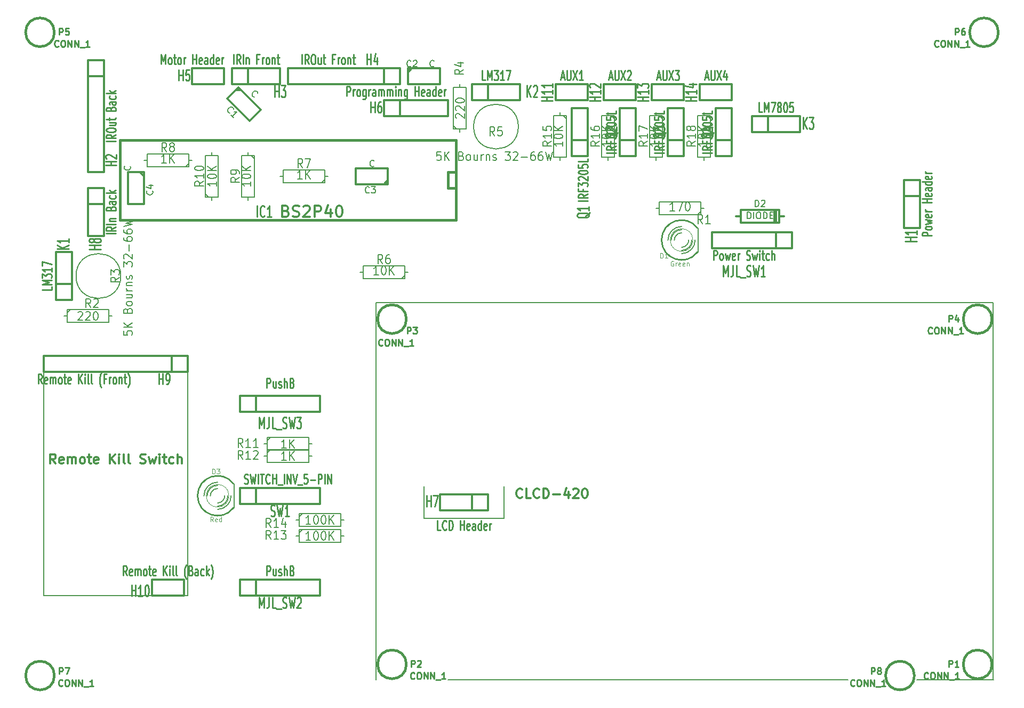
<source format=gto>
G04 (created by PCBNEW (2013-07-07 BZR 4022)-stable) date 12/29/2015 8:26:52 AM*
%MOIN*%
G04 Gerber Fmt 3.4, Leading zero omitted, Abs format*
%FSLAX34Y34*%
G01*
G70*
G90*
G04 APERTURE LIST*
%ADD10C,0.00590551*%
%ADD11C,0.00787402*%
%ADD12C,0.011811*%
%ADD13C,0.012*%
%ADD14C,0.008*%
%ADD15C,0.003*%
%ADD16C,0.01*%
%ADD17C,0.006*%
%ADD18C,0.015*%
%ADD19C,0.0107*%
%ADD20C,0.0106*%
%ADD21C,0.0035*%
%ADD22C,0.01125*%
G04 APERTURE END LIST*
G54D10*
G54D11*
X74500Y-62750D02*
X49500Y-62750D01*
X83600Y-62750D02*
X78800Y-62750D01*
X53000Y-50650D02*
X53000Y-51650D01*
X48000Y-51650D02*
X48000Y-50650D01*
X53000Y-52650D02*
X53000Y-51650D01*
X48000Y-52650D02*
X53000Y-52650D01*
X48000Y-51650D02*
X48000Y-52650D01*
X45000Y-39150D02*
X48000Y-39150D01*
X48000Y-39150D02*
X65500Y-39150D01*
X45000Y-62772D02*
X45000Y-58441D01*
X45000Y-39150D02*
X45000Y-43480D01*
X83582Y-39150D02*
X45000Y-39150D01*
X83582Y-62772D02*
X83582Y-39150D01*
X45000Y-39150D02*
X45000Y-62772D01*
X33250Y-57500D02*
X24250Y-57500D01*
X33250Y-57500D02*
X32500Y-57500D01*
X33250Y-57500D02*
X33250Y-42500D01*
X24250Y-42500D02*
X24250Y-57500D01*
X33250Y-42500D02*
X24250Y-42500D01*
G54D12*
X54143Y-51332D02*
X54115Y-51360D01*
X54031Y-51389D01*
X53975Y-51389D01*
X53890Y-51360D01*
X53834Y-51304D01*
X53806Y-51248D01*
X53778Y-51135D01*
X53778Y-51051D01*
X53806Y-50939D01*
X53834Y-50882D01*
X53890Y-50826D01*
X53975Y-50798D01*
X54031Y-50798D01*
X54115Y-50826D01*
X54143Y-50854D01*
X54678Y-51389D02*
X54397Y-51389D01*
X54397Y-50798D01*
X55212Y-51332D02*
X55184Y-51360D01*
X55100Y-51389D01*
X55043Y-51389D01*
X54959Y-51360D01*
X54903Y-51304D01*
X54875Y-51248D01*
X54847Y-51135D01*
X54847Y-51051D01*
X54875Y-50939D01*
X54903Y-50882D01*
X54959Y-50826D01*
X55043Y-50798D01*
X55100Y-50798D01*
X55184Y-50826D01*
X55212Y-50854D01*
X55465Y-51389D02*
X55465Y-50798D01*
X55606Y-50798D01*
X55690Y-50826D01*
X55746Y-50882D01*
X55775Y-50939D01*
X55803Y-51051D01*
X55803Y-51135D01*
X55775Y-51248D01*
X55746Y-51304D01*
X55690Y-51360D01*
X55606Y-51389D01*
X55465Y-51389D01*
X56056Y-51164D02*
X56506Y-51164D01*
X57040Y-50995D02*
X57040Y-51389D01*
X56899Y-50770D02*
X56759Y-51192D01*
X57124Y-51192D01*
X57321Y-50854D02*
X57349Y-50826D01*
X57406Y-50798D01*
X57546Y-50798D01*
X57602Y-50826D01*
X57631Y-50854D01*
X57659Y-50910D01*
X57659Y-50967D01*
X57631Y-51051D01*
X57293Y-51389D01*
X57659Y-51389D01*
X58024Y-50798D02*
X58080Y-50798D01*
X58137Y-50826D01*
X58165Y-50854D01*
X58193Y-50910D01*
X58221Y-51023D01*
X58221Y-51164D01*
X58193Y-51276D01*
X58165Y-51332D01*
X58137Y-51360D01*
X58080Y-51389D01*
X58024Y-51389D01*
X57968Y-51360D01*
X57940Y-51332D01*
X57912Y-51276D01*
X57884Y-51164D01*
X57884Y-51023D01*
X57912Y-50910D01*
X57940Y-50854D01*
X57968Y-50826D01*
X58024Y-50798D01*
X24981Y-49239D02*
X24784Y-48957D01*
X24644Y-49239D02*
X24644Y-48648D01*
X24869Y-48648D01*
X24925Y-48676D01*
X24953Y-48704D01*
X24981Y-48760D01*
X24981Y-48845D01*
X24953Y-48901D01*
X24925Y-48929D01*
X24869Y-48957D01*
X24644Y-48957D01*
X25459Y-49210D02*
X25403Y-49239D01*
X25291Y-49239D01*
X25234Y-49210D01*
X25206Y-49154D01*
X25206Y-48929D01*
X25234Y-48873D01*
X25291Y-48845D01*
X25403Y-48845D01*
X25459Y-48873D01*
X25487Y-48929D01*
X25487Y-48985D01*
X25206Y-49042D01*
X25741Y-49239D02*
X25741Y-48845D01*
X25741Y-48901D02*
X25769Y-48873D01*
X25825Y-48845D01*
X25909Y-48845D01*
X25965Y-48873D01*
X25994Y-48929D01*
X25994Y-49239D01*
X25994Y-48929D02*
X26022Y-48873D01*
X26078Y-48845D01*
X26162Y-48845D01*
X26219Y-48873D01*
X26247Y-48929D01*
X26247Y-49239D01*
X26612Y-49239D02*
X26556Y-49210D01*
X26528Y-49182D01*
X26500Y-49126D01*
X26500Y-48957D01*
X26528Y-48901D01*
X26556Y-48873D01*
X26612Y-48845D01*
X26697Y-48845D01*
X26753Y-48873D01*
X26781Y-48901D01*
X26809Y-48957D01*
X26809Y-49126D01*
X26781Y-49182D01*
X26753Y-49210D01*
X26697Y-49239D01*
X26612Y-49239D01*
X26978Y-48845D02*
X27203Y-48845D01*
X27062Y-48648D02*
X27062Y-49154D01*
X27090Y-49210D01*
X27147Y-49239D01*
X27203Y-49239D01*
X27625Y-49210D02*
X27568Y-49239D01*
X27456Y-49239D01*
X27400Y-49210D01*
X27372Y-49154D01*
X27372Y-48929D01*
X27400Y-48873D01*
X27456Y-48845D01*
X27568Y-48845D01*
X27625Y-48873D01*
X27653Y-48929D01*
X27653Y-48985D01*
X27372Y-49042D01*
X28356Y-49239D02*
X28356Y-48648D01*
X28693Y-49239D02*
X28440Y-48901D01*
X28693Y-48648D02*
X28356Y-48985D01*
X28946Y-49239D02*
X28946Y-48845D01*
X28946Y-48648D02*
X28918Y-48676D01*
X28946Y-48704D01*
X28974Y-48676D01*
X28946Y-48648D01*
X28946Y-48704D01*
X29312Y-49239D02*
X29256Y-49210D01*
X29228Y-49154D01*
X29228Y-48648D01*
X29621Y-49239D02*
X29565Y-49210D01*
X29537Y-49154D01*
X29537Y-48648D01*
X30268Y-49210D02*
X30352Y-49239D01*
X30493Y-49239D01*
X30549Y-49210D01*
X30577Y-49182D01*
X30606Y-49126D01*
X30606Y-49070D01*
X30577Y-49014D01*
X30549Y-48985D01*
X30493Y-48957D01*
X30381Y-48929D01*
X30324Y-48901D01*
X30296Y-48873D01*
X30268Y-48817D01*
X30268Y-48760D01*
X30296Y-48704D01*
X30324Y-48676D01*
X30381Y-48648D01*
X30521Y-48648D01*
X30606Y-48676D01*
X30802Y-48845D02*
X30915Y-49239D01*
X31027Y-48957D01*
X31140Y-49239D01*
X31252Y-48845D01*
X31477Y-49239D02*
X31477Y-48845D01*
X31477Y-48648D02*
X31449Y-48676D01*
X31477Y-48704D01*
X31505Y-48676D01*
X31477Y-48648D01*
X31477Y-48704D01*
X31674Y-48845D02*
X31899Y-48845D01*
X31758Y-48648D02*
X31758Y-49154D01*
X31787Y-49210D01*
X31843Y-49239D01*
X31899Y-49239D01*
X32349Y-49210D02*
X32293Y-49239D01*
X32180Y-49239D01*
X32124Y-49210D01*
X32096Y-49182D01*
X32068Y-49126D01*
X32068Y-48957D01*
X32096Y-48901D01*
X32124Y-48873D01*
X32180Y-48845D01*
X32293Y-48845D01*
X32349Y-48873D01*
X32602Y-49239D02*
X32602Y-48648D01*
X32855Y-49239D02*
X32855Y-48929D01*
X32827Y-48873D01*
X32771Y-48845D01*
X32687Y-48845D01*
X32630Y-48873D01*
X32602Y-48901D01*
G54D13*
X24250Y-43500D02*
X24250Y-42500D01*
X24250Y-42500D02*
X33250Y-42500D01*
X33250Y-42500D02*
X33250Y-43500D01*
X24250Y-43500D02*
X33250Y-43500D01*
X32250Y-43500D02*
X32250Y-42500D01*
X46500Y-25500D02*
X46500Y-25500D01*
X46500Y-25500D02*
X39500Y-25500D01*
X39500Y-25500D02*
X39500Y-24500D01*
X39500Y-24500D02*
X46500Y-24500D01*
X46500Y-24500D02*
X46500Y-25500D01*
X45500Y-24500D02*
X45500Y-24500D01*
X45500Y-24500D02*
X45500Y-25500D01*
X28000Y-24000D02*
X28000Y-24000D01*
X28000Y-24000D02*
X28000Y-31000D01*
X28000Y-31000D02*
X27000Y-31000D01*
X27000Y-31000D02*
X27000Y-24000D01*
X27000Y-24000D02*
X28000Y-24000D01*
X27000Y-25000D02*
X27000Y-25000D01*
X27000Y-25000D02*
X28000Y-25000D01*
X36500Y-51750D02*
X36500Y-50750D01*
X36500Y-50750D02*
X41500Y-50750D01*
X41500Y-50750D02*
X41500Y-51750D01*
X41500Y-51750D02*
X36500Y-51750D01*
X37500Y-51750D02*
X37500Y-50750D01*
X36500Y-46000D02*
X36500Y-45000D01*
X36500Y-45000D02*
X41500Y-45000D01*
X41500Y-45000D02*
X41500Y-46000D01*
X41500Y-46000D02*
X36500Y-46000D01*
X37500Y-46000D02*
X37500Y-45000D01*
X36500Y-57500D02*
X36500Y-56500D01*
X36500Y-56500D02*
X41500Y-56500D01*
X41500Y-56500D02*
X41500Y-57500D01*
X41500Y-57500D02*
X36500Y-57500D01*
X37500Y-57500D02*
X37500Y-56500D01*
X71000Y-34750D02*
X71000Y-35750D01*
X71000Y-35750D02*
X66000Y-35750D01*
X66000Y-35750D02*
X66000Y-34750D01*
X66000Y-34750D02*
X71000Y-34750D01*
X70000Y-34750D02*
X70000Y-35750D01*
X45500Y-26500D02*
X45500Y-26500D01*
X45500Y-27500D02*
X45500Y-26500D01*
X45500Y-26500D02*
X45500Y-26500D01*
X45500Y-26500D02*
X49500Y-26500D01*
X49500Y-26500D02*
X49500Y-27500D01*
X49500Y-27500D02*
X45500Y-27500D01*
X46500Y-27500D02*
X46500Y-26500D01*
X52000Y-51150D02*
X52000Y-52150D01*
X52000Y-52150D02*
X49000Y-52150D01*
X49000Y-52150D02*
X49000Y-51150D01*
X49000Y-51150D02*
X52000Y-51150D01*
X51000Y-52150D02*
X51000Y-51150D01*
X58250Y-30000D02*
X57250Y-30000D01*
X57250Y-30000D02*
X57250Y-27000D01*
X57250Y-27000D02*
X58250Y-27000D01*
X58250Y-27000D02*
X58250Y-30000D01*
X57250Y-29000D02*
X58250Y-29000D01*
X78000Y-31500D02*
X79000Y-31500D01*
X79000Y-31500D02*
X79000Y-34500D01*
X79000Y-34500D02*
X78000Y-34500D01*
X78000Y-34500D02*
X78000Y-31500D01*
X79000Y-32500D02*
X78000Y-32500D01*
X26000Y-39000D02*
X25000Y-39000D01*
X25000Y-39000D02*
X25000Y-36000D01*
X25000Y-36000D02*
X26000Y-36000D01*
X26000Y-36000D02*
X26000Y-39000D01*
X25000Y-38000D02*
X26000Y-38000D01*
X27000Y-32000D02*
X28000Y-32000D01*
X28000Y-32000D02*
X28000Y-35000D01*
X28000Y-35000D02*
X27000Y-35000D01*
X27000Y-35000D02*
X27000Y-32000D01*
X28000Y-33000D02*
X27000Y-33000D01*
X51000Y-26500D02*
X51000Y-25500D01*
X51000Y-25500D02*
X54000Y-25500D01*
X54000Y-25500D02*
X54000Y-26500D01*
X54000Y-26500D02*
X51000Y-26500D01*
X52000Y-25500D02*
X52000Y-26500D01*
X68500Y-28500D02*
X68500Y-27500D01*
X68500Y-27500D02*
X71500Y-27500D01*
X71500Y-27500D02*
X71500Y-28500D01*
X71500Y-28500D02*
X68500Y-28500D01*
X69500Y-27500D02*
X69500Y-28500D01*
X36000Y-25500D02*
X36000Y-24500D01*
X36000Y-24500D02*
X39000Y-24500D01*
X39000Y-24500D02*
X39000Y-25500D01*
X39000Y-25500D02*
X36000Y-25500D01*
X37000Y-24500D02*
X37000Y-25500D01*
X62250Y-26500D02*
X62250Y-25500D01*
X62250Y-25500D02*
X64250Y-25500D01*
X64250Y-25500D02*
X64250Y-26500D01*
X64250Y-26500D02*
X62250Y-26500D01*
X65250Y-26500D02*
X65250Y-25500D01*
X65250Y-25500D02*
X67250Y-25500D01*
X67250Y-25500D02*
X67250Y-26500D01*
X67250Y-26500D02*
X65250Y-26500D01*
X59250Y-26500D02*
X59250Y-25500D01*
X59250Y-25500D02*
X61250Y-25500D01*
X61250Y-25500D02*
X61250Y-26500D01*
X61250Y-26500D02*
X59250Y-26500D01*
X56250Y-26500D02*
X56250Y-25500D01*
X56250Y-25500D02*
X58250Y-25500D01*
X58250Y-25500D02*
X58250Y-26500D01*
X58250Y-26500D02*
X56250Y-26500D01*
X33500Y-25500D02*
X33500Y-24500D01*
X33500Y-24500D02*
X35500Y-24500D01*
X35500Y-24500D02*
X35500Y-25500D01*
X35500Y-25500D02*
X33500Y-25500D01*
X31000Y-57500D02*
X31000Y-56500D01*
X31000Y-56500D02*
X33000Y-56500D01*
X33000Y-56500D02*
X33000Y-57500D01*
X33000Y-57500D02*
X31000Y-57500D01*
G54D14*
X29050Y-37500D02*
G75*
G03X29050Y-37500I-1400J0D01*
G74*
G01*
X53900Y-28150D02*
G75*
G03X53900Y-28150I-1400J0D01*
G74*
G01*
X62500Y-27250D02*
X62500Y-27450D01*
X62500Y-30250D02*
X62500Y-30050D01*
X62500Y-30050D02*
X62900Y-30050D01*
X62900Y-30050D02*
X62900Y-27450D01*
X62900Y-27450D02*
X62100Y-27450D01*
X62100Y-27450D02*
X62100Y-30050D01*
X62100Y-30050D02*
X62500Y-30050D01*
X62700Y-27450D02*
X62900Y-27650D01*
X59500Y-27250D02*
X59500Y-27450D01*
X59500Y-30250D02*
X59500Y-30050D01*
X59500Y-30050D02*
X59900Y-30050D01*
X59900Y-30050D02*
X59900Y-27450D01*
X59900Y-27450D02*
X59100Y-27450D01*
X59100Y-27450D02*
X59100Y-30050D01*
X59100Y-30050D02*
X59500Y-30050D01*
X59700Y-27450D02*
X59900Y-27650D01*
X65500Y-27250D02*
X65500Y-27450D01*
X65500Y-30250D02*
X65500Y-30050D01*
X65500Y-30050D02*
X65900Y-30050D01*
X65900Y-30050D02*
X65900Y-27450D01*
X65900Y-27450D02*
X65100Y-27450D01*
X65100Y-27450D02*
X65100Y-30050D01*
X65100Y-30050D02*
X65500Y-30050D01*
X65700Y-27450D02*
X65900Y-27650D01*
X56500Y-27250D02*
X56500Y-27450D01*
X56500Y-30250D02*
X56500Y-30050D01*
X56500Y-30050D02*
X56900Y-30050D01*
X56900Y-30050D02*
X56900Y-27450D01*
X56900Y-27450D02*
X56100Y-27450D01*
X56100Y-27450D02*
X56100Y-30050D01*
X56100Y-30050D02*
X56500Y-30050D01*
X56700Y-27450D02*
X56900Y-27650D01*
X34750Y-32750D02*
X34750Y-32550D01*
X34750Y-29750D02*
X34750Y-29950D01*
X34750Y-29950D02*
X34350Y-29950D01*
X34350Y-29950D02*
X34350Y-32550D01*
X34350Y-32550D02*
X35150Y-32550D01*
X35150Y-32550D02*
X35150Y-29950D01*
X35150Y-29950D02*
X34750Y-29950D01*
X34550Y-32550D02*
X34350Y-32350D01*
X40000Y-52750D02*
X40200Y-52750D01*
X43000Y-52750D02*
X42800Y-52750D01*
X42800Y-52750D02*
X42800Y-52350D01*
X42800Y-52350D02*
X40200Y-52350D01*
X40200Y-52350D02*
X40200Y-53150D01*
X40200Y-53150D02*
X42800Y-53150D01*
X42800Y-53150D02*
X42800Y-52750D01*
X40200Y-52550D02*
X40400Y-52350D01*
X38000Y-48000D02*
X38200Y-48000D01*
X41000Y-48000D02*
X40800Y-48000D01*
X40800Y-48000D02*
X40800Y-47600D01*
X40800Y-47600D02*
X38200Y-47600D01*
X38200Y-47600D02*
X38200Y-48400D01*
X38200Y-48400D02*
X40800Y-48400D01*
X40800Y-48400D02*
X40800Y-48000D01*
X38200Y-47800D02*
X38400Y-47600D01*
X38000Y-48750D02*
X38200Y-48750D01*
X41000Y-48750D02*
X40800Y-48750D01*
X40800Y-48750D02*
X40800Y-48350D01*
X40800Y-48350D02*
X38200Y-48350D01*
X38200Y-48350D02*
X38200Y-49150D01*
X38200Y-49150D02*
X40800Y-49150D01*
X40800Y-49150D02*
X40800Y-48750D01*
X38200Y-48550D02*
X38400Y-48350D01*
X37000Y-29750D02*
X37000Y-29950D01*
X37000Y-32750D02*
X37000Y-32550D01*
X37000Y-32550D02*
X37400Y-32550D01*
X37400Y-32550D02*
X37400Y-29950D01*
X37400Y-29950D02*
X36600Y-29950D01*
X36600Y-29950D02*
X36600Y-32550D01*
X36600Y-32550D02*
X37000Y-32550D01*
X37200Y-29950D02*
X37400Y-30150D01*
X65500Y-33250D02*
X65300Y-33250D01*
X62500Y-33250D02*
X62700Y-33250D01*
X62700Y-33250D02*
X62700Y-33650D01*
X62700Y-33650D02*
X65300Y-33650D01*
X65300Y-33650D02*
X65300Y-32850D01*
X65300Y-32850D02*
X62700Y-32850D01*
X62700Y-32850D02*
X62700Y-33250D01*
X65300Y-33450D02*
X65100Y-33650D01*
X40000Y-53750D02*
X40200Y-53750D01*
X43000Y-53750D02*
X42800Y-53750D01*
X42800Y-53750D02*
X42800Y-53350D01*
X42800Y-53350D02*
X40200Y-53350D01*
X40200Y-53350D02*
X40200Y-54150D01*
X40200Y-54150D02*
X42800Y-54150D01*
X42800Y-54150D02*
X42800Y-53750D01*
X40200Y-53550D02*
X40400Y-53350D01*
X47000Y-37250D02*
X46800Y-37250D01*
X44000Y-37250D02*
X44200Y-37250D01*
X44200Y-37250D02*
X44200Y-37650D01*
X44200Y-37650D02*
X46800Y-37650D01*
X46800Y-37650D02*
X46800Y-36850D01*
X46800Y-36850D02*
X44200Y-36850D01*
X44200Y-36850D02*
X44200Y-37250D01*
X46800Y-37450D02*
X46600Y-37650D01*
X50250Y-28500D02*
X50250Y-28300D01*
X50250Y-25500D02*
X50250Y-25700D01*
X50250Y-25700D02*
X49850Y-25700D01*
X49850Y-25700D02*
X49850Y-28300D01*
X49850Y-28300D02*
X50650Y-28300D01*
X50650Y-28300D02*
X50650Y-25700D01*
X50650Y-25700D02*
X50250Y-25700D01*
X50050Y-28300D02*
X49850Y-28100D01*
X33500Y-30250D02*
X33300Y-30250D01*
X30500Y-30250D02*
X30700Y-30250D01*
X30700Y-30250D02*
X30700Y-30650D01*
X30700Y-30650D02*
X33300Y-30650D01*
X33300Y-30650D02*
X33300Y-29850D01*
X33300Y-29850D02*
X30700Y-29850D01*
X30700Y-29850D02*
X30700Y-30250D01*
X33300Y-30450D02*
X33100Y-30650D01*
X25500Y-40000D02*
X25700Y-40000D01*
X28500Y-40000D02*
X28300Y-40000D01*
X28300Y-40000D02*
X28300Y-39600D01*
X28300Y-39600D02*
X25700Y-39600D01*
X25700Y-39600D02*
X25700Y-40400D01*
X25700Y-40400D02*
X28300Y-40400D01*
X28300Y-40400D02*
X28300Y-40000D01*
X25700Y-39800D02*
X25900Y-39600D01*
X42000Y-31250D02*
X41800Y-31250D01*
X39000Y-31250D02*
X39200Y-31250D01*
X39200Y-31250D02*
X39200Y-31650D01*
X39200Y-31650D02*
X41800Y-31650D01*
X41800Y-31650D02*
X41800Y-30850D01*
X41800Y-30850D02*
X39200Y-30850D01*
X39200Y-30850D02*
X39200Y-31250D01*
X41800Y-31450D02*
X41600Y-31650D01*
X36120Y-52000D02*
X36120Y-50500D01*
G54D15*
X35807Y-51250D02*
G75*
G03X35807Y-51250I-707J0D01*
G74*
G01*
G54D16*
X36099Y-50499D02*
G75*
G03X36099Y-52000I-999J-750D01*
G74*
G01*
G54D17*
X35100Y-50800D02*
G75*
G03X34650Y-51250I0J-450D01*
G74*
G01*
X35100Y-51700D02*
G75*
G03X35550Y-51250I0J450D01*
G74*
G01*
X35100Y-50600D02*
G75*
G03X34450Y-51250I0J-650D01*
G74*
G01*
X35100Y-51900D02*
G75*
G03X35750Y-51250I0J650D01*
G74*
G01*
X35100Y-50400D02*
G75*
G03X34250Y-51250I0J-850D01*
G74*
G01*
X35100Y-52100D02*
G75*
G03X35950Y-51250I0J850D01*
G74*
G01*
G54D14*
X65120Y-36000D02*
X65120Y-34500D01*
G54D15*
X64807Y-35250D02*
G75*
G03X64807Y-35250I-707J0D01*
G74*
G01*
G54D16*
X65099Y-34499D02*
G75*
G03X65099Y-36000I-999J-750D01*
G74*
G01*
G54D17*
X64100Y-34800D02*
G75*
G03X63650Y-35250I0J-450D01*
G74*
G01*
X64100Y-35700D02*
G75*
G03X64550Y-35250I0J450D01*
G74*
G01*
X64100Y-34600D02*
G75*
G03X63450Y-35250I0J-650D01*
G74*
G01*
X64100Y-35900D02*
G75*
G03X64750Y-35250I0J650D01*
G74*
G01*
X64100Y-34400D02*
G75*
G03X63250Y-35250I0J-850D01*
G74*
G01*
X64100Y-36100D02*
G75*
G03X64950Y-35250I0J850D01*
G74*
G01*
G54D18*
X50000Y-32000D02*
X49500Y-32000D01*
X49500Y-32000D02*
X49500Y-31000D01*
X49500Y-31000D02*
X50000Y-31000D01*
X50000Y-34000D02*
X29000Y-34000D01*
X29000Y-34000D02*
X29000Y-29000D01*
X29000Y-29000D02*
X50000Y-29000D01*
X50000Y-29000D02*
X50000Y-34000D01*
G54D13*
X70500Y-33750D02*
X70200Y-33750D01*
X70200Y-33750D02*
X70200Y-33350D01*
X70200Y-33350D02*
X67800Y-33350D01*
X67800Y-33350D02*
X67800Y-33750D01*
X67800Y-33750D02*
X67500Y-33750D01*
X67800Y-33750D02*
X67800Y-34150D01*
X67800Y-34150D02*
X70200Y-34150D01*
X70200Y-34150D02*
X70200Y-33750D01*
X70000Y-33350D02*
X70000Y-34150D01*
X69900Y-34150D02*
X69900Y-33350D01*
X36410Y-25703D02*
X37810Y-27103D01*
X37810Y-27103D02*
X37103Y-27810D01*
X37103Y-27810D02*
X35689Y-26396D01*
X35689Y-26396D02*
X36396Y-25689D01*
X36219Y-25866D02*
X36573Y-25866D01*
X30500Y-31020D02*
X30500Y-33000D01*
X30500Y-33000D02*
X29500Y-33000D01*
X29500Y-33000D02*
X29500Y-31000D01*
X29500Y-31000D02*
X30500Y-31000D01*
X30250Y-31000D02*
X30500Y-31250D01*
X45730Y-31750D02*
X43750Y-31750D01*
X43750Y-31750D02*
X43750Y-30750D01*
X43750Y-30750D02*
X45750Y-30750D01*
X45750Y-30750D02*
X45750Y-31750D01*
X45750Y-31500D02*
X45500Y-31750D01*
X47020Y-24500D02*
X49000Y-24500D01*
X49000Y-24500D02*
X49000Y-25500D01*
X49000Y-25500D02*
X47000Y-25500D01*
X47000Y-25500D02*
X47000Y-24500D01*
X47000Y-24750D02*
X47250Y-24500D01*
G54D18*
X83500Y-61800D02*
G75*
G03X83500Y-61800I-900J0D01*
G74*
G01*
X46900Y-61800D02*
G75*
G03X46900Y-61800I-900J0D01*
G74*
G01*
X46900Y-40200D02*
G75*
G03X46900Y-40200I-900J0D01*
G74*
G01*
X83500Y-40200D02*
G75*
G03X83500Y-40200I-900J0D01*
G74*
G01*
X24900Y-22250D02*
G75*
G03X24900Y-22250I-900J0D01*
G74*
G01*
X83900Y-22250D02*
G75*
G03X83900Y-22250I-900J0D01*
G74*
G01*
X24900Y-62500D02*
G75*
G03X24900Y-62500I-900J0D01*
G74*
G01*
X78650Y-62500D02*
G75*
G03X78650Y-62500I-900J0D01*
G74*
G01*
G54D13*
X61250Y-30000D02*
X60250Y-30000D01*
X60250Y-30000D02*
X60250Y-27000D01*
X60250Y-27000D02*
X61250Y-27000D01*
X61250Y-27000D02*
X61250Y-30000D01*
X60250Y-29000D02*
X61250Y-29000D01*
X64250Y-30000D02*
X63250Y-30000D01*
X63250Y-30000D02*
X63250Y-27000D01*
X63250Y-27000D02*
X64250Y-27000D01*
X64250Y-27000D02*
X64250Y-30000D01*
X63250Y-29000D02*
X64250Y-29000D01*
X67250Y-30000D02*
X66250Y-30000D01*
X66250Y-30000D02*
X66250Y-27000D01*
X66250Y-27000D02*
X67250Y-27000D01*
X67250Y-27000D02*
X67250Y-30000D01*
X66250Y-29000D02*
X67250Y-29000D01*
G54D19*
X31423Y-44275D02*
X31423Y-43594D01*
X31423Y-43918D02*
X31668Y-43918D01*
X31668Y-44275D02*
X31668Y-43594D01*
X31892Y-44275D02*
X31974Y-44275D01*
X32014Y-44243D01*
X32035Y-44210D01*
X32076Y-44113D01*
X32096Y-43983D01*
X32096Y-43724D01*
X32076Y-43659D01*
X32055Y-43627D01*
X32014Y-43594D01*
X31933Y-43594D01*
X31892Y-43627D01*
X31872Y-43659D01*
X31851Y-43724D01*
X31851Y-43886D01*
X31872Y-43951D01*
X31892Y-43983D01*
X31933Y-44016D01*
X32014Y-44016D01*
X32055Y-43983D01*
X32076Y-43951D01*
X32096Y-43886D01*
G54D13*
G54D16*
X24121Y-44242D02*
X23988Y-43957D01*
X23892Y-44242D02*
X23892Y-43642D01*
X24045Y-43642D01*
X24083Y-43671D01*
X24102Y-43700D01*
X24121Y-43757D01*
X24121Y-43842D01*
X24102Y-43900D01*
X24083Y-43928D01*
X24045Y-43957D01*
X23892Y-43957D01*
X24445Y-44214D02*
X24407Y-44242D01*
X24330Y-44242D01*
X24292Y-44214D01*
X24273Y-44157D01*
X24273Y-43928D01*
X24292Y-43871D01*
X24330Y-43842D01*
X24407Y-43842D01*
X24445Y-43871D01*
X24464Y-43928D01*
X24464Y-43985D01*
X24273Y-44042D01*
X24635Y-44242D02*
X24635Y-43842D01*
X24635Y-43900D02*
X24654Y-43871D01*
X24692Y-43842D01*
X24750Y-43842D01*
X24788Y-43871D01*
X24807Y-43928D01*
X24807Y-44242D01*
X24807Y-43928D02*
X24826Y-43871D01*
X24864Y-43842D01*
X24921Y-43842D01*
X24959Y-43871D01*
X24978Y-43928D01*
X24978Y-44242D01*
X25226Y-44242D02*
X25188Y-44214D01*
X25169Y-44185D01*
X25150Y-44128D01*
X25150Y-43957D01*
X25169Y-43900D01*
X25188Y-43871D01*
X25226Y-43842D01*
X25283Y-43842D01*
X25321Y-43871D01*
X25340Y-43900D01*
X25359Y-43957D01*
X25359Y-44128D01*
X25340Y-44185D01*
X25321Y-44214D01*
X25283Y-44242D01*
X25226Y-44242D01*
X25473Y-43842D02*
X25626Y-43842D01*
X25530Y-43642D02*
X25530Y-44157D01*
X25550Y-44214D01*
X25588Y-44242D01*
X25626Y-44242D01*
X25911Y-44214D02*
X25873Y-44242D01*
X25797Y-44242D01*
X25759Y-44214D01*
X25740Y-44157D01*
X25740Y-43928D01*
X25759Y-43871D01*
X25797Y-43842D01*
X25873Y-43842D01*
X25911Y-43871D01*
X25930Y-43928D01*
X25930Y-43985D01*
X25740Y-44042D01*
X26407Y-44242D02*
X26407Y-43642D01*
X26635Y-44242D02*
X26464Y-43900D01*
X26635Y-43642D02*
X26407Y-43985D01*
X26807Y-44242D02*
X26807Y-43842D01*
X26807Y-43642D02*
X26788Y-43671D01*
X26807Y-43700D01*
X26826Y-43671D01*
X26807Y-43642D01*
X26807Y-43700D01*
X27054Y-44242D02*
X27016Y-44214D01*
X26997Y-44157D01*
X26997Y-43642D01*
X27264Y-44242D02*
X27226Y-44214D01*
X27207Y-44157D01*
X27207Y-43642D01*
X27835Y-44471D02*
X27816Y-44442D01*
X27778Y-44357D01*
X27759Y-44300D01*
X27740Y-44214D01*
X27721Y-44071D01*
X27721Y-43957D01*
X27740Y-43814D01*
X27759Y-43728D01*
X27778Y-43671D01*
X27816Y-43585D01*
X27835Y-43557D01*
X28121Y-43928D02*
X27988Y-43928D01*
X27988Y-44242D02*
X27988Y-43642D01*
X28178Y-43642D01*
X28330Y-44242D02*
X28330Y-43842D01*
X28330Y-43957D02*
X28350Y-43900D01*
X28369Y-43871D01*
X28407Y-43842D01*
X28445Y-43842D01*
X28635Y-44242D02*
X28597Y-44214D01*
X28578Y-44185D01*
X28559Y-44128D01*
X28559Y-43957D01*
X28578Y-43900D01*
X28597Y-43871D01*
X28635Y-43842D01*
X28692Y-43842D01*
X28730Y-43871D01*
X28749Y-43900D01*
X28769Y-43957D01*
X28769Y-44128D01*
X28749Y-44185D01*
X28730Y-44214D01*
X28692Y-44242D01*
X28635Y-44242D01*
X28940Y-43842D02*
X28940Y-44242D01*
X28940Y-43900D02*
X28959Y-43871D01*
X28997Y-43842D01*
X29054Y-43842D01*
X29092Y-43871D01*
X29111Y-43928D01*
X29111Y-44242D01*
X29245Y-43842D02*
X29397Y-43842D01*
X29302Y-43642D02*
X29302Y-44157D01*
X29321Y-44214D01*
X29359Y-44242D01*
X29397Y-44242D01*
X29492Y-44471D02*
X29511Y-44442D01*
X29549Y-44357D01*
X29569Y-44300D01*
X29588Y-44214D01*
X29607Y-44071D01*
X29607Y-43957D01*
X29588Y-43814D01*
X29569Y-43728D01*
X29549Y-43671D01*
X29511Y-43585D01*
X29492Y-43557D01*
G54D13*
G54D19*
X44423Y-24275D02*
X44423Y-23594D01*
X44423Y-23918D02*
X44668Y-23918D01*
X44668Y-24275D02*
X44668Y-23594D01*
X45055Y-23821D02*
X45055Y-24275D01*
X44953Y-23562D02*
X44851Y-24048D01*
X45116Y-24048D01*
G54D13*
G54D16*
X40371Y-24242D02*
X40371Y-23642D01*
X40790Y-24242D02*
X40657Y-23957D01*
X40561Y-24242D02*
X40561Y-23642D01*
X40714Y-23642D01*
X40752Y-23671D01*
X40771Y-23700D01*
X40790Y-23757D01*
X40790Y-23842D01*
X40771Y-23900D01*
X40752Y-23928D01*
X40714Y-23957D01*
X40561Y-23957D01*
X41038Y-23642D02*
X41114Y-23642D01*
X41152Y-23671D01*
X41190Y-23728D01*
X41209Y-23842D01*
X41209Y-24042D01*
X41190Y-24157D01*
X41152Y-24214D01*
X41114Y-24242D01*
X41038Y-24242D01*
X41000Y-24214D01*
X40961Y-24157D01*
X40942Y-24042D01*
X40942Y-23842D01*
X40961Y-23728D01*
X41000Y-23671D01*
X41038Y-23642D01*
X41552Y-23842D02*
X41552Y-24242D01*
X41380Y-23842D02*
X41380Y-24157D01*
X41400Y-24214D01*
X41438Y-24242D01*
X41495Y-24242D01*
X41533Y-24214D01*
X41552Y-24185D01*
X41685Y-23842D02*
X41838Y-23842D01*
X41742Y-23642D02*
X41742Y-24157D01*
X41761Y-24214D01*
X41800Y-24242D01*
X41838Y-24242D01*
X42409Y-23928D02*
X42276Y-23928D01*
X42276Y-24242D02*
X42276Y-23642D01*
X42466Y-23642D01*
X42619Y-24242D02*
X42619Y-23842D01*
X42619Y-23957D02*
X42638Y-23900D01*
X42657Y-23871D01*
X42695Y-23842D01*
X42733Y-23842D01*
X42923Y-24242D02*
X42885Y-24214D01*
X42866Y-24185D01*
X42847Y-24128D01*
X42847Y-23957D01*
X42866Y-23900D01*
X42885Y-23871D01*
X42923Y-23842D01*
X42980Y-23842D01*
X43019Y-23871D01*
X43038Y-23900D01*
X43057Y-23957D01*
X43057Y-24128D01*
X43038Y-24185D01*
X43019Y-24214D01*
X42980Y-24242D01*
X42923Y-24242D01*
X43228Y-23842D02*
X43228Y-24242D01*
X43228Y-23900D02*
X43247Y-23871D01*
X43285Y-23842D01*
X43342Y-23842D01*
X43380Y-23871D01*
X43400Y-23928D01*
X43400Y-24242D01*
X43533Y-23842D02*
X43685Y-23842D01*
X43590Y-23642D02*
X43590Y-24157D01*
X43609Y-24214D01*
X43647Y-24242D01*
X43685Y-24242D01*
G54D13*
G54D19*
X28775Y-30576D02*
X28094Y-30576D01*
X28418Y-30576D02*
X28418Y-30331D01*
X28775Y-30331D02*
X28094Y-30331D01*
X28159Y-30148D02*
X28127Y-30127D01*
X28094Y-30086D01*
X28094Y-29985D01*
X28127Y-29944D01*
X28159Y-29923D01*
X28224Y-29903D01*
X28289Y-29903D01*
X28386Y-29923D01*
X28775Y-30168D01*
X28775Y-29903D01*
G54D13*
G54D16*
X28742Y-29071D02*
X28142Y-29071D01*
X28742Y-28652D02*
X28457Y-28785D01*
X28742Y-28880D02*
X28142Y-28880D01*
X28142Y-28728D01*
X28171Y-28690D01*
X28200Y-28671D01*
X28257Y-28652D01*
X28342Y-28652D01*
X28400Y-28671D01*
X28428Y-28690D01*
X28457Y-28728D01*
X28457Y-28880D01*
X28142Y-28404D02*
X28142Y-28328D01*
X28171Y-28290D01*
X28228Y-28252D01*
X28342Y-28233D01*
X28542Y-28233D01*
X28657Y-28252D01*
X28714Y-28290D01*
X28742Y-28328D01*
X28742Y-28404D01*
X28714Y-28442D01*
X28657Y-28480D01*
X28542Y-28499D01*
X28342Y-28499D01*
X28228Y-28480D01*
X28171Y-28442D01*
X28142Y-28404D01*
X28342Y-27890D02*
X28742Y-27890D01*
X28342Y-28061D02*
X28657Y-28061D01*
X28714Y-28042D01*
X28742Y-28004D01*
X28742Y-27947D01*
X28714Y-27909D01*
X28685Y-27890D01*
X28342Y-27757D02*
X28342Y-27604D01*
X28142Y-27699D02*
X28657Y-27699D01*
X28714Y-27680D01*
X28742Y-27642D01*
X28742Y-27604D01*
X28428Y-27033D02*
X28457Y-26976D01*
X28485Y-26957D01*
X28542Y-26938D01*
X28628Y-26938D01*
X28685Y-26957D01*
X28714Y-26976D01*
X28742Y-27014D01*
X28742Y-27166D01*
X28142Y-27166D01*
X28142Y-27033D01*
X28171Y-26995D01*
X28200Y-26976D01*
X28257Y-26957D01*
X28314Y-26957D01*
X28371Y-26976D01*
X28400Y-26995D01*
X28428Y-27033D01*
X28428Y-27166D01*
X28742Y-26595D02*
X28428Y-26595D01*
X28371Y-26614D01*
X28342Y-26652D01*
X28342Y-26728D01*
X28371Y-26766D01*
X28714Y-26595D02*
X28742Y-26633D01*
X28742Y-26728D01*
X28714Y-26766D01*
X28657Y-26785D01*
X28600Y-26785D01*
X28542Y-26766D01*
X28514Y-26728D01*
X28514Y-26633D01*
X28485Y-26595D01*
X28714Y-26233D02*
X28742Y-26271D01*
X28742Y-26347D01*
X28714Y-26385D01*
X28685Y-26404D01*
X28628Y-26423D01*
X28457Y-26423D01*
X28400Y-26404D01*
X28371Y-26385D01*
X28342Y-26347D01*
X28342Y-26271D01*
X28371Y-26233D01*
X28742Y-26061D02*
X28142Y-26061D01*
X28514Y-26023D02*
X28742Y-25909D01*
X28342Y-25909D02*
X28571Y-26061D01*
G54D13*
G54D19*
X38429Y-52493D02*
X38490Y-52525D01*
X38592Y-52525D01*
X38633Y-52493D01*
X38653Y-52460D01*
X38673Y-52395D01*
X38673Y-52331D01*
X38653Y-52266D01*
X38633Y-52233D01*
X38592Y-52201D01*
X38510Y-52168D01*
X38470Y-52136D01*
X38449Y-52104D01*
X38429Y-52039D01*
X38429Y-51974D01*
X38449Y-51909D01*
X38470Y-51877D01*
X38510Y-51844D01*
X38612Y-51844D01*
X38673Y-51877D01*
X38816Y-51844D02*
X38918Y-52525D01*
X39000Y-52039D01*
X39081Y-52525D01*
X39183Y-51844D01*
X39570Y-52525D02*
X39326Y-52525D01*
X39448Y-52525D02*
X39448Y-51844D01*
X39407Y-51941D01*
X39366Y-52006D01*
X39326Y-52039D01*
G54D13*
G54D16*
X36776Y-50464D02*
X36833Y-50492D01*
X36928Y-50492D01*
X36966Y-50464D01*
X36985Y-50435D01*
X37004Y-50378D01*
X37004Y-50321D01*
X36985Y-50264D01*
X36966Y-50235D01*
X36928Y-50207D01*
X36852Y-50178D01*
X36814Y-50150D01*
X36795Y-50121D01*
X36776Y-50064D01*
X36776Y-50007D01*
X36795Y-49950D01*
X36814Y-49921D01*
X36852Y-49892D01*
X36947Y-49892D01*
X37004Y-49921D01*
X37138Y-49892D02*
X37233Y-50492D01*
X37309Y-50064D01*
X37385Y-50492D01*
X37480Y-49892D01*
X37633Y-50492D02*
X37633Y-49892D01*
X37766Y-49892D02*
X37995Y-49892D01*
X37880Y-50492D02*
X37880Y-49892D01*
X38357Y-50435D02*
X38338Y-50464D01*
X38280Y-50492D01*
X38242Y-50492D01*
X38185Y-50464D01*
X38147Y-50407D01*
X38128Y-50350D01*
X38109Y-50235D01*
X38109Y-50150D01*
X38128Y-50035D01*
X38147Y-49978D01*
X38185Y-49921D01*
X38242Y-49892D01*
X38280Y-49892D01*
X38338Y-49921D01*
X38357Y-49950D01*
X38528Y-50492D02*
X38528Y-49892D01*
X38528Y-50178D02*
X38757Y-50178D01*
X38757Y-50492D02*
X38757Y-49892D01*
X38852Y-50550D02*
X39157Y-50550D01*
X39252Y-50492D02*
X39252Y-49892D01*
X39442Y-50492D02*
X39442Y-49892D01*
X39671Y-50492D01*
X39671Y-49892D01*
X39804Y-49892D02*
X39938Y-50492D01*
X40071Y-49892D01*
X40109Y-50550D02*
X40414Y-50550D01*
X40700Y-49892D02*
X40509Y-49892D01*
X40490Y-50178D01*
X40509Y-50150D01*
X40547Y-50121D01*
X40642Y-50121D01*
X40680Y-50150D01*
X40700Y-50178D01*
X40719Y-50235D01*
X40719Y-50378D01*
X40700Y-50435D01*
X40680Y-50464D01*
X40642Y-50492D01*
X40547Y-50492D01*
X40509Y-50464D01*
X40490Y-50435D01*
X40890Y-50264D02*
X41195Y-50264D01*
X41385Y-50492D02*
X41385Y-49892D01*
X41538Y-49892D01*
X41576Y-49921D01*
X41595Y-49950D01*
X41614Y-50007D01*
X41614Y-50092D01*
X41595Y-50150D01*
X41576Y-50178D01*
X41538Y-50207D01*
X41385Y-50207D01*
X41785Y-50492D02*
X41785Y-49892D01*
X41976Y-50492D02*
X41976Y-49892D01*
X42204Y-50492D01*
X42204Y-49892D01*
G54D13*
G54D19*
X37705Y-47025D02*
X37705Y-46344D01*
X37848Y-46831D01*
X37991Y-46344D01*
X37991Y-47025D01*
X38317Y-46344D02*
X38317Y-46831D01*
X38296Y-46928D01*
X38256Y-46993D01*
X38194Y-47025D01*
X38154Y-47025D01*
X38724Y-47025D02*
X38521Y-47025D01*
X38521Y-46344D01*
X38765Y-47090D02*
X39091Y-47090D01*
X39173Y-46993D02*
X39234Y-47025D01*
X39336Y-47025D01*
X39377Y-46993D01*
X39397Y-46960D01*
X39417Y-46895D01*
X39417Y-46831D01*
X39397Y-46766D01*
X39377Y-46733D01*
X39336Y-46701D01*
X39254Y-46668D01*
X39214Y-46636D01*
X39193Y-46604D01*
X39173Y-46539D01*
X39173Y-46474D01*
X39193Y-46409D01*
X39214Y-46377D01*
X39254Y-46344D01*
X39356Y-46344D01*
X39417Y-46377D01*
X39560Y-46344D02*
X39662Y-47025D01*
X39743Y-46539D01*
X39825Y-47025D01*
X39927Y-46344D01*
X40049Y-46344D02*
X40314Y-46344D01*
X40171Y-46604D01*
X40233Y-46604D01*
X40273Y-46636D01*
X40294Y-46668D01*
X40314Y-46733D01*
X40314Y-46895D01*
X40294Y-46960D01*
X40273Y-46993D01*
X40233Y-47025D01*
X40110Y-47025D01*
X40070Y-46993D01*
X40049Y-46960D01*
G54D13*
G54D16*
X38171Y-44492D02*
X38171Y-43892D01*
X38323Y-43892D01*
X38361Y-43921D01*
X38380Y-43950D01*
X38400Y-44007D01*
X38400Y-44092D01*
X38380Y-44150D01*
X38361Y-44178D01*
X38323Y-44207D01*
X38171Y-44207D01*
X38742Y-44092D02*
X38742Y-44492D01*
X38571Y-44092D02*
X38571Y-44407D01*
X38590Y-44464D01*
X38628Y-44492D01*
X38685Y-44492D01*
X38723Y-44464D01*
X38742Y-44435D01*
X38914Y-44464D02*
X38952Y-44492D01*
X39028Y-44492D01*
X39066Y-44464D01*
X39085Y-44407D01*
X39085Y-44378D01*
X39066Y-44321D01*
X39028Y-44292D01*
X38971Y-44292D01*
X38933Y-44264D01*
X38914Y-44207D01*
X38914Y-44178D01*
X38933Y-44121D01*
X38971Y-44092D01*
X39028Y-44092D01*
X39066Y-44121D01*
X39257Y-44492D02*
X39257Y-43892D01*
X39428Y-44492D02*
X39428Y-44178D01*
X39409Y-44121D01*
X39371Y-44092D01*
X39314Y-44092D01*
X39276Y-44121D01*
X39257Y-44150D01*
X39752Y-44178D02*
X39809Y-44207D01*
X39828Y-44235D01*
X39847Y-44292D01*
X39847Y-44378D01*
X39828Y-44435D01*
X39809Y-44464D01*
X39771Y-44492D01*
X39619Y-44492D01*
X39619Y-43892D01*
X39752Y-43892D01*
X39790Y-43921D01*
X39809Y-43950D01*
X39828Y-44007D01*
X39828Y-44064D01*
X39809Y-44121D01*
X39790Y-44150D01*
X39752Y-44178D01*
X39619Y-44178D01*
G54D13*
G54D19*
X37705Y-58275D02*
X37705Y-57594D01*
X37848Y-58081D01*
X37991Y-57594D01*
X37991Y-58275D01*
X38317Y-57594D02*
X38317Y-58081D01*
X38296Y-58178D01*
X38256Y-58243D01*
X38194Y-58275D01*
X38154Y-58275D01*
X38724Y-58275D02*
X38521Y-58275D01*
X38521Y-57594D01*
X38765Y-58340D02*
X39091Y-58340D01*
X39173Y-58243D02*
X39234Y-58275D01*
X39336Y-58275D01*
X39377Y-58243D01*
X39397Y-58210D01*
X39417Y-58145D01*
X39417Y-58081D01*
X39397Y-58016D01*
X39377Y-57983D01*
X39336Y-57951D01*
X39254Y-57918D01*
X39214Y-57886D01*
X39193Y-57854D01*
X39173Y-57789D01*
X39173Y-57724D01*
X39193Y-57659D01*
X39214Y-57627D01*
X39254Y-57594D01*
X39356Y-57594D01*
X39417Y-57627D01*
X39560Y-57594D02*
X39662Y-58275D01*
X39743Y-57789D01*
X39825Y-58275D01*
X39927Y-57594D01*
X40070Y-57659D02*
X40090Y-57627D01*
X40131Y-57594D01*
X40233Y-57594D01*
X40273Y-57627D01*
X40294Y-57659D01*
X40314Y-57724D01*
X40314Y-57789D01*
X40294Y-57886D01*
X40049Y-58275D01*
X40314Y-58275D01*
G54D13*
G54D16*
X38171Y-56242D02*
X38171Y-55642D01*
X38323Y-55642D01*
X38361Y-55671D01*
X38380Y-55700D01*
X38400Y-55757D01*
X38400Y-55842D01*
X38380Y-55900D01*
X38361Y-55928D01*
X38323Y-55957D01*
X38171Y-55957D01*
X38742Y-55842D02*
X38742Y-56242D01*
X38571Y-55842D02*
X38571Y-56157D01*
X38590Y-56214D01*
X38628Y-56242D01*
X38685Y-56242D01*
X38723Y-56214D01*
X38742Y-56185D01*
X38914Y-56214D02*
X38952Y-56242D01*
X39028Y-56242D01*
X39066Y-56214D01*
X39085Y-56157D01*
X39085Y-56128D01*
X39066Y-56071D01*
X39028Y-56042D01*
X38971Y-56042D01*
X38933Y-56014D01*
X38914Y-55957D01*
X38914Y-55928D01*
X38933Y-55871D01*
X38971Y-55842D01*
X39028Y-55842D01*
X39066Y-55871D01*
X39257Y-56242D02*
X39257Y-55642D01*
X39428Y-56242D02*
X39428Y-55928D01*
X39409Y-55871D01*
X39371Y-55842D01*
X39314Y-55842D01*
X39276Y-55871D01*
X39257Y-55900D01*
X39752Y-55928D02*
X39809Y-55957D01*
X39828Y-55985D01*
X39847Y-56042D01*
X39847Y-56128D01*
X39828Y-56185D01*
X39809Y-56214D01*
X39771Y-56242D01*
X39619Y-56242D01*
X39619Y-55642D01*
X39752Y-55642D01*
X39790Y-55671D01*
X39809Y-55700D01*
X39828Y-55757D01*
X39828Y-55814D01*
X39809Y-55871D01*
X39790Y-55900D01*
X39752Y-55928D01*
X39619Y-55928D01*
G54D13*
G54D19*
X66705Y-37525D02*
X66705Y-36844D01*
X66848Y-37331D01*
X66991Y-36844D01*
X66991Y-37525D01*
X67317Y-36844D02*
X67317Y-37331D01*
X67296Y-37428D01*
X67256Y-37493D01*
X67194Y-37525D01*
X67154Y-37525D01*
X67724Y-37525D02*
X67521Y-37525D01*
X67521Y-36844D01*
X67765Y-37590D02*
X68091Y-37590D01*
X68173Y-37493D02*
X68234Y-37525D01*
X68336Y-37525D01*
X68377Y-37493D01*
X68397Y-37460D01*
X68417Y-37395D01*
X68417Y-37331D01*
X68397Y-37266D01*
X68377Y-37233D01*
X68336Y-37201D01*
X68254Y-37168D01*
X68214Y-37136D01*
X68193Y-37104D01*
X68173Y-37039D01*
X68173Y-36974D01*
X68193Y-36909D01*
X68214Y-36877D01*
X68254Y-36844D01*
X68356Y-36844D01*
X68417Y-36877D01*
X68560Y-36844D02*
X68662Y-37525D01*
X68743Y-37039D01*
X68825Y-37525D01*
X68927Y-36844D01*
X69314Y-37525D02*
X69070Y-37525D01*
X69192Y-37525D02*
X69192Y-36844D01*
X69151Y-36941D01*
X69110Y-37006D01*
X69070Y-37039D01*
G54D13*
G54D16*
X66095Y-36492D02*
X66095Y-35892D01*
X66247Y-35892D01*
X66285Y-35921D01*
X66304Y-35950D01*
X66323Y-36007D01*
X66323Y-36092D01*
X66304Y-36150D01*
X66285Y-36178D01*
X66247Y-36207D01*
X66095Y-36207D01*
X66552Y-36492D02*
X66514Y-36464D01*
X66495Y-36435D01*
X66476Y-36378D01*
X66476Y-36207D01*
X66495Y-36150D01*
X66514Y-36121D01*
X66552Y-36092D01*
X66609Y-36092D01*
X66647Y-36121D01*
X66666Y-36150D01*
X66685Y-36207D01*
X66685Y-36378D01*
X66666Y-36435D01*
X66647Y-36464D01*
X66609Y-36492D01*
X66552Y-36492D01*
X66819Y-36092D02*
X66895Y-36492D01*
X66971Y-36207D01*
X67047Y-36492D01*
X67123Y-36092D01*
X67428Y-36464D02*
X67390Y-36492D01*
X67314Y-36492D01*
X67276Y-36464D01*
X67257Y-36407D01*
X67257Y-36178D01*
X67276Y-36121D01*
X67314Y-36092D01*
X67390Y-36092D01*
X67428Y-36121D01*
X67447Y-36178D01*
X67447Y-36235D01*
X67257Y-36292D01*
X67619Y-36492D02*
X67619Y-36092D01*
X67619Y-36207D02*
X67638Y-36150D01*
X67657Y-36121D01*
X67695Y-36092D01*
X67733Y-36092D01*
X68152Y-36464D02*
X68209Y-36492D01*
X68304Y-36492D01*
X68342Y-36464D01*
X68361Y-36435D01*
X68380Y-36378D01*
X68380Y-36321D01*
X68361Y-36264D01*
X68342Y-36235D01*
X68304Y-36207D01*
X68228Y-36178D01*
X68190Y-36150D01*
X68171Y-36121D01*
X68152Y-36064D01*
X68152Y-36007D01*
X68171Y-35950D01*
X68190Y-35921D01*
X68228Y-35892D01*
X68323Y-35892D01*
X68380Y-35921D01*
X68514Y-36092D02*
X68590Y-36492D01*
X68666Y-36207D01*
X68742Y-36492D01*
X68819Y-36092D01*
X68971Y-36492D02*
X68971Y-36092D01*
X68971Y-35892D02*
X68952Y-35921D01*
X68971Y-35950D01*
X68990Y-35921D01*
X68971Y-35892D01*
X68971Y-35950D01*
X69104Y-36092D02*
X69257Y-36092D01*
X69161Y-35892D02*
X69161Y-36407D01*
X69180Y-36464D01*
X69219Y-36492D01*
X69257Y-36492D01*
X69561Y-36464D02*
X69523Y-36492D01*
X69447Y-36492D01*
X69409Y-36464D01*
X69390Y-36435D01*
X69371Y-36378D01*
X69371Y-36207D01*
X69390Y-36150D01*
X69409Y-36121D01*
X69447Y-36092D01*
X69523Y-36092D01*
X69561Y-36121D01*
X69733Y-36492D02*
X69733Y-35892D01*
X69904Y-36492D02*
X69904Y-36178D01*
X69885Y-36121D01*
X69847Y-36092D01*
X69790Y-36092D01*
X69752Y-36121D01*
X69733Y-36150D01*
G54D13*
G54D19*
X44673Y-27276D02*
X44673Y-26593D01*
X44673Y-26918D02*
X44918Y-26918D01*
X44918Y-27276D02*
X44918Y-26593D01*
X45305Y-26593D02*
X45224Y-26593D01*
X45183Y-26625D01*
X45163Y-26658D01*
X45122Y-26756D01*
X45101Y-26886D01*
X45101Y-27146D01*
X45122Y-27211D01*
X45142Y-27243D01*
X45183Y-27276D01*
X45264Y-27276D01*
X45305Y-27243D01*
X45326Y-27211D01*
X45346Y-27146D01*
X45346Y-26983D01*
X45326Y-26918D01*
X45305Y-26886D01*
X45264Y-26853D01*
X45183Y-26853D01*
X45142Y-26886D01*
X45122Y-26918D01*
X45101Y-26983D01*
G54D13*
G54D16*
X43173Y-26242D02*
X43173Y-25642D01*
X43326Y-25642D01*
X43364Y-25671D01*
X43383Y-25700D01*
X43402Y-25757D01*
X43402Y-25842D01*
X43383Y-25900D01*
X43364Y-25928D01*
X43326Y-25957D01*
X43173Y-25957D01*
X43573Y-26242D02*
X43573Y-25842D01*
X43573Y-25957D02*
X43592Y-25900D01*
X43611Y-25871D01*
X43650Y-25842D01*
X43688Y-25842D01*
X43878Y-26242D02*
X43840Y-26214D01*
X43821Y-26185D01*
X43802Y-26128D01*
X43802Y-25957D01*
X43821Y-25900D01*
X43840Y-25871D01*
X43878Y-25842D01*
X43935Y-25842D01*
X43973Y-25871D01*
X43992Y-25900D01*
X44011Y-25957D01*
X44011Y-26128D01*
X43992Y-26185D01*
X43973Y-26214D01*
X43935Y-26242D01*
X43878Y-26242D01*
X44354Y-25842D02*
X44354Y-26328D01*
X44335Y-26385D01*
X44316Y-26414D01*
X44278Y-26442D01*
X44221Y-26442D01*
X44183Y-26414D01*
X44354Y-26214D02*
X44316Y-26242D01*
X44240Y-26242D01*
X44202Y-26214D01*
X44183Y-26185D01*
X44164Y-26128D01*
X44164Y-25957D01*
X44183Y-25900D01*
X44202Y-25871D01*
X44240Y-25842D01*
X44316Y-25842D01*
X44354Y-25871D01*
X44545Y-26242D02*
X44545Y-25842D01*
X44545Y-25957D02*
X44564Y-25900D01*
X44583Y-25871D01*
X44621Y-25842D01*
X44659Y-25842D01*
X44964Y-26242D02*
X44964Y-25928D01*
X44945Y-25871D01*
X44907Y-25842D01*
X44830Y-25842D01*
X44792Y-25871D01*
X44964Y-26214D02*
X44926Y-26242D01*
X44830Y-26242D01*
X44792Y-26214D01*
X44773Y-26157D01*
X44773Y-26100D01*
X44792Y-26042D01*
X44830Y-26014D01*
X44926Y-26014D01*
X44964Y-25985D01*
X45154Y-26242D02*
X45154Y-25842D01*
X45154Y-25900D02*
X45173Y-25871D01*
X45211Y-25842D01*
X45269Y-25842D01*
X45307Y-25871D01*
X45326Y-25928D01*
X45326Y-26242D01*
X45326Y-25928D02*
X45345Y-25871D01*
X45383Y-25842D01*
X45440Y-25842D01*
X45478Y-25871D01*
X45497Y-25928D01*
X45497Y-26242D01*
X45688Y-26242D02*
X45688Y-25842D01*
X45688Y-25900D02*
X45707Y-25871D01*
X45745Y-25842D01*
X45802Y-25842D01*
X45840Y-25871D01*
X45859Y-25928D01*
X45859Y-26242D01*
X45859Y-25928D02*
X45878Y-25871D01*
X45916Y-25842D01*
X45973Y-25842D01*
X46011Y-25871D01*
X46030Y-25928D01*
X46030Y-26242D01*
X46221Y-26242D02*
X46221Y-25842D01*
X46221Y-25642D02*
X46202Y-25671D01*
X46221Y-25700D01*
X46240Y-25671D01*
X46221Y-25642D01*
X46221Y-25700D01*
X46411Y-25842D02*
X46411Y-26242D01*
X46411Y-25900D02*
X46430Y-25871D01*
X46469Y-25842D01*
X46526Y-25842D01*
X46564Y-25871D01*
X46583Y-25928D01*
X46583Y-26242D01*
X46945Y-25842D02*
X46945Y-26328D01*
X46926Y-26385D01*
X46907Y-26414D01*
X46869Y-26442D01*
X46811Y-26442D01*
X46773Y-26414D01*
X46945Y-26214D02*
X46907Y-26242D01*
X46830Y-26242D01*
X46792Y-26214D01*
X46773Y-26185D01*
X46754Y-26128D01*
X46754Y-25957D01*
X46773Y-25900D01*
X46792Y-25871D01*
X46830Y-25842D01*
X46907Y-25842D01*
X46945Y-25871D01*
X47440Y-26242D02*
X47440Y-25642D01*
X47440Y-25928D02*
X47669Y-25928D01*
X47669Y-26242D02*
X47669Y-25642D01*
X48011Y-26214D02*
X47973Y-26242D01*
X47897Y-26242D01*
X47859Y-26214D01*
X47840Y-26157D01*
X47840Y-25928D01*
X47859Y-25871D01*
X47897Y-25842D01*
X47973Y-25842D01*
X48011Y-25871D01*
X48030Y-25928D01*
X48030Y-25985D01*
X47840Y-26042D01*
X48373Y-26242D02*
X48373Y-25928D01*
X48354Y-25871D01*
X48316Y-25842D01*
X48240Y-25842D01*
X48202Y-25871D01*
X48373Y-26214D02*
X48335Y-26242D01*
X48240Y-26242D01*
X48202Y-26214D01*
X48183Y-26157D01*
X48183Y-26100D01*
X48202Y-26042D01*
X48240Y-26014D01*
X48335Y-26014D01*
X48373Y-25985D01*
X48735Y-26242D02*
X48735Y-25642D01*
X48735Y-26214D02*
X48697Y-26242D01*
X48621Y-26242D01*
X48583Y-26214D01*
X48564Y-26185D01*
X48545Y-26128D01*
X48545Y-25957D01*
X48564Y-25900D01*
X48583Y-25871D01*
X48621Y-25842D01*
X48697Y-25842D01*
X48735Y-25871D01*
X49078Y-26214D02*
X49040Y-26242D01*
X48964Y-26242D01*
X48926Y-26214D01*
X48907Y-26157D01*
X48907Y-25928D01*
X48926Y-25871D01*
X48964Y-25842D01*
X49040Y-25842D01*
X49078Y-25871D01*
X49097Y-25928D01*
X49097Y-25985D01*
X48907Y-26042D01*
X49269Y-26242D02*
X49269Y-25842D01*
X49269Y-25957D02*
X49288Y-25900D01*
X49307Y-25871D01*
X49345Y-25842D01*
X49383Y-25842D01*
G54D13*
G54D20*
X48176Y-51935D02*
X48176Y-51230D01*
X48176Y-51566D02*
X48419Y-51566D01*
X48419Y-51935D02*
X48419Y-51230D01*
X48580Y-51230D02*
X48863Y-51230D01*
X48681Y-51935D01*
G54D13*
G54D16*
X49033Y-53392D02*
X48842Y-53392D01*
X48842Y-52792D01*
X49395Y-53335D02*
X49376Y-53364D01*
X49319Y-53392D01*
X49280Y-53392D01*
X49223Y-53364D01*
X49185Y-53307D01*
X49166Y-53250D01*
X49147Y-53135D01*
X49147Y-53050D01*
X49166Y-52935D01*
X49185Y-52878D01*
X49223Y-52821D01*
X49280Y-52792D01*
X49319Y-52792D01*
X49376Y-52821D01*
X49395Y-52850D01*
X49566Y-53392D02*
X49566Y-52792D01*
X49661Y-52792D01*
X49719Y-52821D01*
X49757Y-52878D01*
X49776Y-52935D01*
X49795Y-53050D01*
X49795Y-53135D01*
X49776Y-53250D01*
X49757Y-53307D01*
X49719Y-53364D01*
X49661Y-53392D01*
X49566Y-53392D01*
X50271Y-53392D02*
X50271Y-52792D01*
X50271Y-53078D02*
X50500Y-53078D01*
X50500Y-53392D02*
X50500Y-52792D01*
X50842Y-53364D02*
X50804Y-53392D01*
X50728Y-53392D01*
X50690Y-53364D01*
X50671Y-53307D01*
X50671Y-53078D01*
X50690Y-53021D01*
X50728Y-52992D01*
X50804Y-52992D01*
X50842Y-53021D01*
X50861Y-53078D01*
X50861Y-53135D01*
X50671Y-53192D01*
X51204Y-53392D02*
X51204Y-53078D01*
X51185Y-53021D01*
X51147Y-52992D01*
X51071Y-52992D01*
X51033Y-53021D01*
X51204Y-53364D02*
X51166Y-53392D01*
X51071Y-53392D01*
X51033Y-53364D01*
X51014Y-53307D01*
X51014Y-53250D01*
X51033Y-53192D01*
X51071Y-53164D01*
X51166Y-53164D01*
X51204Y-53135D01*
X51566Y-53392D02*
X51566Y-52792D01*
X51566Y-53364D02*
X51528Y-53392D01*
X51452Y-53392D01*
X51414Y-53364D01*
X51395Y-53335D01*
X51376Y-53278D01*
X51376Y-53107D01*
X51395Y-53050D01*
X51414Y-53021D01*
X51452Y-52992D01*
X51528Y-52992D01*
X51566Y-53021D01*
X51909Y-53364D02*
X51871Y-53392D01*
X51795Y-53392D01*
X51757Y-53364D01*
X51738Y-53307D01*
X51738Y-53078D01*
X51757Y-53021D01*
X51795Y-52992D01*
X51871Y-52992D01*
X51909Y-53021D01*
X51928Y-53078D01*
X51928Y-53135D01*
X51738Y-53192D01*
X52100Y-53392D02*
X52100Y-52992D01*
X52100Y-53107D02*
X52119Y-53050D01*
X52138Y-53021D01*
X52176Y-52992D01*
X52214Y-52992D01*
G54D13*
G54D20*
X58352Y-33540D02*
X58318Y-33580D01*
X58251Y-33621D01*
X58151Y-33681D01*
X58117Y-33722D01*
X58117Y-33762D01*
X58285Y-33742D02*
X58251Y-33782D01*
X58184Y-33823D01*
X58050Y-33843D01*
X57815Y-33843D01*
X57681Y-33823D01*
X57613Y-33782D01*
X57580Y-33742D01*
X57580Y-33661D01*
X57613Y-33621D01*
X57681Y-33580D01*
X57815Y-33560D01*
X58050Y-33560D01*
X58184Y-33580D01*
X58251Y-33621D01*
X58285Y-33661D01*
X58285Y-33742D01*
X58285Y-33156D02*
X58285Y-33399D01*
X58285Y-33277D02*
X57580Y-33277D01*
X57681Y-33318D01*
X57748Y-33358D01*
X57781Y-33399D01*
G54D13*
G54D16*
X58242Y-32795D02*
X57642Y-32795D01*
X58242Y-32376D02*
X57957Y-32509D01*
X58242Y-32604D02*
X57642Y-32604D01*
X57642Y-32452D01*
X57671Y-32414D01*
X57700Y-32395D01*
X57757Y-32376D01*
X57842Y-32376D01*
X57900Y-32395D01*
X57928Y-32414D01*
X57957Y-32452D01*
X57957Y-32604D01*
X57928Y-32071D02*
X57928Y-32204D01*
X58242Y-32204D02*
X57642Y-32204D01*
X57642Y-32014D01*
X57642Y-31899D02*
X57642Y-31652D01*
X57871Y-31785D01*
X57871Y-31728D01*
X57900Y-31690D01*
X57928Y-31671D01*
X57985Y-31652D01*
X58128Y-31652D01*
X58185Y-31671D01*
X58214Y-31690D01*
X58242Y-31728D01*
X58242Y-31842D01*
X58214Y-31880D01*
X58185Y-31899D01*
X57700Y-31499D02*
X57671Y-31480D01*
X57642Y-31442D01*
X57642Y-31347D01*
X57671Y-31309D01*
X57700Y-31290D01*
X57757Y-31271D01*
X57814Y-31271D01*
X57900Y-31290D01*
X58242Y-31519D01*
X58242Y-31271D01*
X57642Y-31023D02*
X57642Y-30985D01*
X57671Y-30947D01*
X57700Y-30928D01*
X57757Y-30909D01*
X57871Y-30890D01*
X58014Y-30890D01*
X58128Y-30909D01*
X58185Y-30928D01*
X58214Y-30947D01*
X58242Y-30985D01*
X58242Y-31023D01*
X58214Y-31061D01*
X58185Y-31080D01*
X58128Y-31099D01*
X58014Y-31119D01*
X57871Y-31119D01*
X57757Y-31099D01*
X57700Y-31080D01*
X57671Y-31061D01*
X57642Y-31023D01*
X57642Y-30528D02*
X57642Y-30719D01*
X57928Y-30738D01*
X57900Y-30719D01*
X57871Y-30680D01*
X57871Y-30585D01*
X57900Y-30547D01*
X57928Y-30528D01*
X57985Y-30509D01*
X58128Y-30509D01*
X58185Y-30528D01*
X58214Y-30547D01*
X58242Y-30585D01*
X58242Y-30680D01*
X58214Y-30719D01*
X58185Y-30738D01*
X58242Y-30147D02*
X58242Y-30338D01*
X57642Y-30338D01*
G54D13*
G54D20*
X78785Y-35323D02*
X78080Y-35323D01*
X78416Y-35323D02*
X78416Y-35080D01*
X78785Y-35080D02*
X78080Y-35080D01*
X78785Y-34656D02*
X78785Y-34899D01*
X78785Y-34777D02*
X78080Y-34777D01*
X78181Y-34818D01*
X78248Y-34858D01*
X78281Y-34899D01*
G54D13*
G54D16*
X79742Y-34980D02*
X79142Y-34980D01*
X79142Y-34828D01*
X79171Y-34790D01*
X79200Y-34771D01*
X79257Y-34752D01*
X79342Y-34752D01*
X79400Y-34771D01*
X79428Y-34790D01*
X79457Y-34828D01*
X79457Y-34980D01*
X79742Y-34523D02*
X79714Y-34561D01*
X79685Y-34580D01*
X79628Y-34599D01*
X79457Y-34599D01*
X79400Y-34580D01*
X79371Y-34561D01*
X79342Y-34523D01*
X79342Y-34466D01*
X79371Y-34428D01*
X79400Y-34409D01*
X79457Y-34390D01*
X79628Y-34390D01*
X79685Y-34409D01*
X79714Y-34428D01*
X79742Y-34466D01*
X79742Y-34523D01*
X79342Y-34257D02*
X79742Y-34180D01*
X79457Y-34104D01*
X79742Y-34028D01*
X79342Y-33952D01*
X79714Y-33647D02*
X79742Y-33685D01*
X79742Y-33761D01*
X79714Y-33799D01*
X79657Y-33819D01*
X79428Y-33819D01*
X79371Y-33799D01*
X79342Y-33761D01*
X79342Y-33685D01*
X79371Y-33647D01*
X79428Y-33628D01*
X79485Y-33628D01*
X79542Y-33819D01*
X79742Y-33457D02*
X79342Y-33457D01*
X79457Y-33457D02*
X79400Y-33438D01*
X79371Y-33419D01*
X79342Y-33380D01*
X79342Y-33342D01*
X79742Y-32904D02*
X79142Y-32904D01*
X79428Y-32904D02*
X79428Y-32676D01*
X79742Y-32676D02*
X79142Y-32676D01*
X79714Y-32333D02*
X79742Y-32371D01*
X79742Y-32447D01*
X79714Y-32485D01*
X79657Y-32504D01*
X79428Y-32504D01*
X79371Y-32485D01*
X79342Y-32447D01*
X79342Y-32371D01*
X79371Y-32333D01*
X79428Y-32314D01*
X79485Y-32314D01*
X79542Y-32504D01*
X79742Y-31971D02*
X79428Y-31971D01*
X79371Y-31990D01*
X79342Y-32028D01*
X79342Y-32104D01*
X79371Y-32142D01*
X79714Y-31971D02*
X79742Y-32009D01*
X79742Y-32104D01*
X79714Y-32142D01*
X79657Y-32161D01*
X79600Y-32161D01*
X79542Y-32142D01*
X79514Y-32104D01*
X79514Y-32009D01*
X79485Y-31971D01*
X79742Y-31609D02*
X79142Y-31609D01*
X79714Y-31609D02*
X79742Y-31647D01*
X79742Y-31723D01*
X79714Y-31761D01*
X79685Y-31780D01*
X79628Y-31800D01*
X79457Y-31800D01*
X79400Y-31780D01*
X79371Y-31761D01*
X79342Y-31723D01*
X79342Y-31647D01*
X79371Y-31609D01*
X79714Y-31266D02*
X79742Y-31304D01*
X79742Y-31380D01*
X79714Y-31419D01*
X79657Y-31438D01*
X79428Y-31438D01*
X79371Y-31419D01*
X79342Y-31380D01*
X79342Y-31304D01*
X79371Y-31266D01*
X79428Y-31247D01*
X79485Y-31247D01*
X79542Y-31438D01*
X79742Y-31076D02*
X79342Y-31076D01*
X79457Y-31076D02*
X79400Y-31057D01*
X79371Y-31038D01*
X79342Y-31000D01*
X79342Y-30961D01*
G54D13*
G54D20*
X25785Y-35812D02*
X25080Y-35812D01*
X25785Y-35570D02*
X25382Y-35752D01*
X25080Y-35570D02*
X25483Y-35812D01*
X25785Y-35166D02*
X25785Y-35409D01*
X25785Y-35288D02*
X25080Y-35288D01*
X25181Y-35328D01*
X25248Y-35368D01*
X25281Y-35409D01*
G54D13*
G54D16*
X24742Y-38176D02*
X24742Y-38366D01*
X24142Y-38366D01*
X24742Y-38042D02*
X24142Y-38042D01*
X24571Y-37909D01*
X24142Y-37776D01*
X24742Y-37776D01*
X24142Y-37623D02*
X24142Y-37376D01*
X24371Y-37509D01*
X24371Y-37452D01*
X24400Y-37414D01*
X24428Y-37395D01*
X24485Y-37376D01*
X24628Y-37376D01*
X24685Y-37395D01*
X24714Y-37414D01*
X24742Y-37452D01*
X24742Y-37566D01*
X24714Y-37604D01*
X24685Y-37623D01*
X24742Y-36995D02*
X24742Y-37223D01*
X24742Y-37109D02*
X24142Y-37109D01*
X24228Y-37147D01*
X24285Y-37185D01*
X24314Y-37223D01*
X24142Y-36861D02*
X24142Y-36595D01*
X24742Y-36766D01*
G54D13*
G54D20*
X27785Y-35823D02*
X27080Y-35823D01*
X27416Y-35823D02*
X27416Y-35580D01*
X27785Y-35580D02*
X27080Y-35580D01*
X27382Y-35318D02*
X27348Y-35358D01*
X27315Y-35378D01*
X27248Y-35399D01*
X27214Y-35399D01*
X27147Y-35378D01*
X27113Y-35358D01*
X27080Y-35318D01*
X27080Y-35237D01*
X27113Y-35197D01*
X27147Y-35176D01*
X27214Y-35156D01*
X27248Y-35156D01*
X27315Y-35176D01*
X27348Y-35197D01*
X27382Y-35237D01*
X27382Y-35318D01*
X27416Y-35358D01*
X27449Y-35378D01*
X27516Y-35399D01*
X27651Y-35399D01*
X27718Y-35378D01*
X27751Y-35358D01*
X27785Y-35318D01*
X27785Y-35237D01*
X27751Y-35197D01*
X27718Y-35176D01*
X27651Y-35156D01*
X27516Y-35156D01*
X27449Y-35176D01*
X27416Y-35197D01*
X27382Y-35237D01*
G54D13*
G54D16*
X28742Y-34842D02*
X28142Y-34842D01*
X28742Y-34423D02*
X28457Y-34557D01*
X28742Y-34652D02*
X28142Y-34652D01*
X28142Y-34500D01*
X28171Y-34461D01*
X28200Y-34442D01*
X28257Y-34423D01*
X28342Y-34423D01*
X28400Y-34442D01*
X28428Y-34461D01*
X28457Y-34500D01*
X28457Y-34652D01*
X28742Y-34252D02*
X28142Y-34252D01*
X28342Y-34061D02*
X28742Y-34061D01*
X28400Y-34061D02*
X28371Y-34042D01*
X28342Y-34004D01*
X28342Y-33947D01*
X28371Y-33909D01*
X28428Y-33890D01*
X28742Y-33890D01*
X28428Y-33261D02*
X28457Y-33204D01*
X28485Y-33185D01*
X28542Y-33166D01*
X28628Y-33166D01*
X28685Y-33185D01*
X28714Y-33204D01*
X28742Y-33242D01*
X28742Y-33395D01*
X28142Y-33395D01*
X28142Y-33261D01*
X28171Y-33223D01*
X28200Y-33204D01*
X28257Y-33185D01*
X28314Y-33185D01*
X28371Y-33204D01*
X28400Y-33223D01*
X28428Y-33261D01*
X28428Y-33395D01*
X28742Y-32823D02*
X28428Y-32823D01*
X28371Y-32842D01*
X28342Y-32880D01*
X28342Y-32957D01*
X28371Y-32995D01*
X28714Y-32823D02*
X28742Y-32861D01*
X28742Y-32957D01*
X28714Y-32995D01*
X28657Y-33014D01*
X28600Y-33014D01*
X28542Y-32995D01*
X28514Y-32957D01*
X28514Y-32861D01*
X28485Y-32823D01*
X28714Y-32461D02*
X28742Y-32500D01*
X28742Y-32576D01*
X28714Y-32614D01*
X28685Y-32633D01*
X28628Y-32652D01*
X28457Y-32652D01*
X28400Y-32633D01*
X28371Y-32614D01*
X28342Y-32576D01*
X28342Y-32500D01*
X28371Y-32461D01*
X28742Y-32290D02*
X28142Y-32290D01*
X28514Y-32252D02*
X28742Y-32138D01*
X28342Y-32138D02*
X28571Y-32290D01*
G54D13*
G54D20*
X54437Y-26285D02*
X54437Y-25580D01*
X54679Y-26285D02*
X54497Y-25882D01*
X54679Y-25580D02*
X54437Y-25983D01*
X54840Y-25647D02*
X54861Y-25613D01*
X54901Y-25580D01*
X55002Y-25580D01*
X55042Y-25613D01*
X55062Y-25647D01*
X55083Y-25714D01*
X55083Y-25781D01*
X55062Y-25882D01*
X54820Y-26285D01*
X55083Y-26285D01*
G54D13*
G54D16*
X51823Y-25242D02*
X51633Y-25242D01*
X51633Y-24642D01*
X51957Y-25242D02*
X51957Y-24642D01*
X52090Y-25071D01*
X52223Y-24642D01*
X52223Y-25242D01*
X52376Y-24642D02*
X52623Y-24642D01*
X52490Y-24871D01*
X52547Y-24871D01*
X52585Y-24900D01*
X52604Y-24928D01*
X52623Y-24985D01*
X52623Y-25128D01*
X52604Y-25185D01*
X52585Y-25214D01*
X52547Y-25242D01*
X52433Y-25242D01*
X52395Y-25214D01*
X52376Y-25185D01*
X53004Y-25242D02*
X52776Y-25242D01*
X52890Y-25242D02*
X52890Y-24642D01*
X52852Y-24728D01*
X52814Y-24785D01*
X52776Y-24814D01*
X53138Y-24642D02*
X53404Y-24642D01*
X53233Y-25242D01*
G54D13*
G54D20*
X71687Y-28285D02*
X71687Y-27580D01*
X71929Y-28285D02*
X71747Y-27882D01*
X71929Y-27580D02*
X71687Y-27983D01*
X72070Y-27580D02*
X72333Y-27580D01*
X72191Y-27848D01*
X72252Y-27848D01*
X72292Y-27882D01*
X72312Y-27916D01*
X72333Y-27983D01*
X72333Y-28151D01*
X72312Y-28218D01*
X72292Y-28251D01*
X72252Y-28285D01*
X72131Y-28285D01*
X72090Y-28251D01*
X72070Y-28218D01*
G54D13*
G54D16*
X69133Y-27242D02*
X68942Y-27242D01*
X68942Y-26642D01*
X69266Y-27242D02*
X69266Y-26642D01*
X69400Y-27071D01*
X69533Y-26642D01*
X69533Y-27242D01*
X69685Y-26642D02*
X69952Y-26642D01*
X69780Y-27242D01*
X70161Y-26900D02*
X70123Y-26871D01*
X70104Y-26842D01*
X70085Y-26785D01*
X70085Y-26757D01*
X70104Y-26700D01*
X70123Y-26671D01*
X70161Y-26642D01*
X70238Y-26642D01*
X70276Y-26671D01*
X70295Y-26700D01*
X70314Y-26757D01*
X70314Y-26785D01*
X70295Y-26842D01*
X70276Y-26871D01*
X70238Y-26900D01*
X70161Y-26900D01*
X70123Y-26928D01*
X70104Y-26957D01*
X70085Y-27014D01*
X70085Y-27128D01*
X70104Y-27185D01*
X70123Y-27214D01*
X70161Y-27242D01*
X70238Y-27242D01*
X70276Y-27214D01*
X70295Y-27185D01*
X70314Y-27128D01*
X70314Y-27014D01*
X70295Y-26957D01*
X70276Y-26928D01*
X70238Y-26900D01*
X70561Y-26642D02*
X70600Y-26642D01*
X70638Y-26671D01*
X70657Y-26700D01*
X70676Y-26757D01*
X70695Y-26871D01*
X70695Y-27014D01*
X70676Y-27128D01*
X70657Y-27185D01*
X70638Y-27214D01*
X70600Y-27242D01*
X70561Y-27242D01*
X70523Y-27214D01*
X70504Y-27185D01*
X70485Y-27128D01*
X70466Y-27014D01*
X70466Y-26871D01*
X70485Y-26757D01*
X70504Y-26700D01*
X70523Y-26671D01*
X70561Y-26642D01*
X71057Y-26642D02*
X70866Y-26642D01*
X70847Y-26928D01*
X70866Y-26900D01*
X70904Y-26871D01*
X71000Y-26871D01*
X71038Y-26900D01*
X71057Y-26928D01*
X71076Y-26985D01*
X71076Y-27128D01*
X71057Y-27185D01*
X71038Y-27214D01*
X71000Y-27242D01*
X70904Y-27242D01*
X70866Y-27214D01*
X70847Y-27185D01*
G54D13*
G54D20*
X38676Y-26285D02*
X38676Y-25580D01*
X38676Y-25916D02*
X38919Y-25916D01*
X38919Y-26285D02*
X38919Y-25580D01*
X39080Y-25580D02*
X39343Y-25580D01*
X39201Y-25848D01*
X39262Y-25848D01*
X39302Y-25882D01*
X39323Y-25916D01*
X39343Y-25983D01*
X39343Y-26151D01*
X39323Y-26218D01*
X39302Y-26251D01*
X39262Y-26285D01*
X39141Y-26285D01*
X39100Y-26251D01*
X39080Y-26218D01*
G54D13*
G54D16*
X36100Y-24242D02*
X36100Y-23642D01*
X36519Y-24242D02*
X36385Y-23957D01*
X36290Y-24242D02*
X36290Y-23642D01*
X36442Y-23642D01*
X36480Y-23671D01*
X36500Y-23700D01*
X36519Y-23757D01*
X36519Y-23842D01*
X36500Y-23900D01*
X36480Y-23928D01*
X36442Y-23957D01*
X36290Y-23957D01*
X36690Y-24242D02*
X36690Y-23642D01*
X36880Y-23842D02*
X36880Y-24242D01*
X36880Y-23900D02*
X36900Y-23871D01*
X36938Y-23842D01*
X36995Y-23842D01*
X37033Y-23871D01*
X37052Y-23928D01*
X37052Y-24242D01*
X37680Y-23928D02*
X37547Y-23928D01*
X37547Y-24242D02*
X37547Y-23642D01*
X37738Y-23642D01*
X37890Y-24242D02*
X37890Y-23842D01*
X37890Y-23957D02*
X37909Y-23900D01*
X37928Y-23871D01*
X37966Y-23842D01*
X38004Y-23842D01*
X38195Y-24242D02*
X38157Y-24214D01*
X38138Y-24185D01*
X38119Y-24128D01*
X38119Y-23957D01*
X38138Y-23900D01*
X38157Y-23871D01*
X38195Y-23842D01*
X38252Y-23842D01*
X38290Y-23871D01*
X38309Y-23900D01*
X38328Y-23957D01*
X38328Y-24128D01*
X38309Y-24185D01*
X38290Y-24214D01*
X38252Y-24242D01*
X38195Y-24242D01*
X38500Y-23842D02*
X38500Y-24242D01*
X38500Y-23900D02*
X38519Y-23871D01*
X38557Y-23842D01*
X38614Y-23842D01*
X38652Y-23871D01*
X38671Y-23928D01*
X38671Y-24242D01*
X38804Y-23842D02*
X38957Y-23842D01*
X38861Y-23642D02*
X38861Y-24157D01*
X38880Y-24214D01*
X38919Y-24242D01*
X38957Y-24242D01*
G54D13*
G54D19*
X62025Y-26529D02*
X61344Y-26529D01*
X61668Y-26529D02*
X61668Y-26285D01*
X62025Y-26285D02*
X61344Y-26285D01*
X62025Y-25857D02*
X62025Y-26101D01*
X62025Y-25979D02*
X61344Y-25979D01*
X61441Y-26020D01*
X61506Y-26061D01*
X61539Y-26101D01*
X61344Y-25714D02*
X61344Y-25449D01*
X61604Y-25592D01*
X61604Y-25531D01*
X61636Y-25490D01*
X61668Y-25470D01*
X61733Y-25449D01*
X61895Y-25449D01*
X61960Y-25470D01*
X61993Y-25490D01*
X62025Y-25531D01*
X62025Y-25653D01*
X61993Y-25694D01*
X61960Y-25714D01*
G54D13*
G54D16*
X62564Y-25071D02*
X62754Y-25071D01*
X62526Y-25242D02*
X62659Y-24642D01*
X62792Y-25242D01*
X62926Y-24642D02*
X62926Y-25128D01*
X62945Y-25185D01*
X62964Y-25214D01*
X63002Y-25242D01*
X63078Y-25242D01*
X63116Y-25214D01*
X63135Y-25185D01*
X63154Y-25128D01*
X63154Y-24642D01*
X63307Y-24642D02*
X63573Y-25242D01*
X63573Y-24642D02*
X63307Y-25242D01*
X63688Y-24642D02*
X63935Y-24642D01*
X63802Y-24871D01*
X63859Y-24871D01*
X63897Y-24900D01*
X63916Y-24928D01*
X63935Y-24985D01*
X63935Y-25128D01*
X63916Y-25185D01*
X63897Y-25214D01*
X63859Y-25242D01*
X63745Y-25242D01*
X63707Y-25214D01*
X63688Y-25185D01*
G54D13*
G54D19*
X65025Y-26529D02*
X64344Y-26529D01*
X64668Y-26529D02*
X64668Y-26285D01*
X65025Y-26285D02*
X64344Y-26285D01*
X65025Y-25857D02*
X65025Y-26101D01*
X65025Y-25979D02*
X64344Y-25979D01*
X64441Y-26020D01*
X64506Y-26061D01*
X64539Y-26101D01*
X64571Y-25490D02*
X65025Y-25490D01*
X64312Y-25592D02*
X64798Y-25694D01*
X64798Y-25429D01*
G54D13*
G54D16*
X65564Y-25071D02*
X65754Y-25071D01*
X65526Y-25242D02*
X65659Y-24642D01*
X65792Y-25242D01*
X65926Y-24642D02*
X65926Y-25128D01*
X65945Y-25185D01*
X65964Y-25214D01*
X66002Y-25242D01*
X66078Y-25242D01*
X66116Y-25214D01*
X66135Y-25185D01*
X66154Y-25128D01*
X66154Y-24642D01*
X66307Y-24642D02*
X66573Y-25242D01*
X66573Y-24642D02*
X66307Y-25242D01*
X66897Y-24842D02*
X66897Y-25242D01*
X66802Y-24614D02*
X66707Y-25042D01*
X66954Y-25042D01*
G54D13*
G54D19*
X59025Y-26529D02*
X58344Y-26529D01*
X58668Y-26529D02*
X58668Y-26285D01*
X59025Y-26285D02*
X58344Y-26285D01*
X59025Y-25857D02*
X59025Y-26101D01*
X59025Y-25979D02*
X58344Y-25979D01*
X58441Y-26020D01*
X58506Y-26061D01*
X58539Y-26101D01*
X58409Y-25694D02*
X58377Y-25673D01*
X58344Y-25633D01*
X58344Y-25531D01*
X58377Y-25490D01*
X58409Y-25470D01*
X58474Y-25449D01*
X58539Y-25449D01*
X58636Y-25470D01*
X59025Y-25714D01*
X59025Y-25449D01*
G54D13*
G54D16*
X59564Y-25071D02*
X59754Y-25071D01*
X59526Y-25242D02*
X59659Y-24642D01*
X59792Y-25242D01*
X59926Y-24642D02*
X59926Y-25128D01*
X59945Y-25185D01*
X59964Y-25214D01*
X60002Y-25242D01*
X60078Y-25242D01*
X60116Y-25214D01*
X60135Y-25185D01*
X60154Y-25128D01*
X60154Y-24642D01*
X60307Y-24642D02*
X60573Y-25242D01*
X60573Y-24642D02*
X60307Y-25242D01*
X60707Y-24700D02*
X60726Y-24671D01*
X60764Y-24642D01*
X60859Y-24642D01*
X60897Y-24671D01*
X60916Y-24700D01*
X60935Y-24757D01*
X60935Y-24814D01*
X60916Y-24900D01*
X60688Y-25242D01*
X60935Y-25242D01*
G54D13*
G54D19*
X56025Y-26529D02*
X55344Y-26529D01*
X55668Y-26529D02*
X55668Y-26285D01*
X56025Y-26285D02*
X55344Y-26285D01*
X56025Y-25857D02*
X56025Y-26101D01*
X56025Y-25979D02*
X55344Y-25979D01*
X55441Y-26020D01*
X55506Y-26061D01*
X55539Y-26101D01*
X56025Y-25449D02*
X56025Y-25694D01*
X56025Y-25572D02*
X55344Y-25572D01*
X55441Y-25612D01*
X55506Y-25653D01*
X55539Y-25694D01*
G54D13*
G54D16*
X56564Y-25071D02*
X56754Y-25071D01*
X56526Y-25242D02*
X56659Y-24642D01*
X56792Y-25242D01*
X56926Y-24642D02*
X56926Y-25128D01*
X56945Y-25185D01*
X56964Y-25214D01*
X57002Y-25242D01*
X57078Y-25242D01*
X57116Y-25214D01*
X57135Y-25185D01*
X57154Y-25128D01*
X57154Y-24642D01*
X57307Y-24642D02*
X57573Y-25242D01*
X57573Y-24642D02*
X57307Y-25242D01*
X57935Y-25242D02*
X57707Y-25242D01*
X57821Y-25242D02*
X57821Y-24642D01*
X57783Y-24728D01*
X57745Y-24785D01*
X57707Y-24814D01*
G54D13*
G54D19*
X32673Y-25275D02*
X32673Y-24594D01*
X32673Y-24918D02*
X32918Y-24918D01*
X32918Y-25275D02*
X32918Y-24594D01*
X33326Y-24594D02*
X33122Y-24594D01*
X33101Y-24918D01*
X33122Y-24886D01*
X33163Y-24854D01*
X33264Y-24854D01*
X33305Y-24886D01*
X33326Y-24918D01*
X33346Y-24983D01*
X33346Y-25145D01*
X33326Y-25210D01*
X33305Y-25243D01*
X33264Y-25275D01*
X33163Y-25275D01*
X33122Y-25243D01*
X33101Y-25210D01*
G54D13*
G54D16*
X31576Y-24242D02*
X31576Y-23642D01*
X31709Y-24071D01*
X31842Y-23642D01*
X31842Y-24242D01*
X32090Y-24242D02*
X32052Y-24214D01*
X32033Y-24185D01*
X32014Y-24128D01*
X32014Y-23957D01*
X32033Y-23900D01*
X32052Y-23871D01*
X32090Y-23842D01*
X32147Y-23842D01*
X32185Y-23871D01*
X32204Y-23900D01*
X32223Y-23957D01*
X32223Y-24128D01*
X32204Y-24185D01*
X32185Y-24214D01*
X32147Y-24242D01*
X32090Y-24242D01*
X32338Y-23842D02*
X32490Y-23842D01*
X32395Y-23642D02*
X32395Y-24157D01*
X32414Y-24214D01*
X32452Y-24242D01*
X32490Y-24242D01*
X32680Y-24242D02*
X32642Y-24214D01*
X32623Y-24185D01*
X32604Y-24128D01*
X32604Y-23957D01*
X32623Y-23900D01*
X32642Y-23871D01*
X32680Y-23842D01*
X32738Y-23842D01*
X32776Y-23871D01*
X32795Y-23900D01*
X32814Y-23957D01*
X32814Y-24128D01*
X32795Y-24185D01*
X32776Y-24214D01*
X32738Y-24242D01*
X32680Y-24242D01*
X32985Y-24242D02*
X32985Y-23842D01*
X32985Y-23957D02*
X33004Y-23900D01*
X33023Y-23871D01*
X33061Y-23842D01*
X33100Y-23842D01*
X33538Y-24242D02*
X33538Y-23642D01*
X33538Y-23928D02*
X33766Y-23928D01*
X33766Y-24242D02*
X33766Y-23642D01*
X34109Y-24214D02*
X34071Y-24242D01*
X33995Y-24242D01*
X33957Y-24214D01*
X33938Y-24157D01*
X33938Y-23928D01*
X33957Y-23871D01*
X33995Y-23842D01*
X34071Y-23842D01*
X34109Y-23871D01*
X34128Y-23928D01*
X34128Y-23985D01*
X33938Y-24042D01*
X34471Y-24242D02*
X34471Y-23928D01*
X34452Y-23871D01*
X34414Y-23842D01*
X34338Y-23842D01*
X34300Y-23871D01*
X34471Y-24214D02*
X34433Y-24242D01*
X34338Y-24242D01*
X34300Y-24214D01*
X34280Y-24157D01*
X34280Y-24100D01*
X34300Y-24042D01*
X34338Y-24014D01*
X34433Y-24014D01*
X34471Y-23985D01*
X34833Y-24242D02*
X34833Y-23642D01*
X34833Y-24214D02*
X34795Y-24242D01*
X34719Y-24242D01*
X34680Y-24214D01*
X34661Y-24185D01*
X34642Y-24128D01*
X34642Y-23957D01*
X34661Y-23900D01*
X34680Y-23871D01*
X34719Y-23842D01*
X34795Y-23842D01*
X34833Y-23871D01*
X35176Y-24214D02*
X35138Y-24242D01*
X35061Y-24242D01*
X35023Y-24214D01*
X35004Y-24157D01*
X35004Y-23928D01*
X35023Y-23871D01*
X35061Y-23842D01*
X35138Y-23842D01*
X35176Y-23871D01*
X35195Y-23928D01*
X35195Y-23985D01*
X35004Y-24042D01*
X35366Y-24242D02*
X35366Y-23842D01*
X35366Y-23957D02*
X35385Y-23900D01*
X35404Y-23871D01*
X35442Y-23842D01*
X35480Y-23842D01*
G54D13*
G54D19*
X29720Y-57525D02*
X29720Y-56844D01*
X29720Y-57168D02*
X29964Y-57168D01*
X29964Y-57525D02*
X29964Y-56844D01*
X30392Y-57525D02*
X30148Y-57525D01*
X30270Y-57525D02*
X30270Y-56844D01*
X30229Y-56941D01*
X30188Y-57006D01*
X30148Y-57039D01*
X30657Y-56844D02*
X30698Y-56844D01*
X30739Y-56877D01*
X30759Y-56909D01*
X30779Y-56974D01*
X30800Y-57104D01*
X30800Y-57266D01*
X30779Y-57395D01*
X30759Y-57460D01*
X30739Y-57493D01*
X30698Y-57525D01*
X30657Y-57525D01*
X30616Y-57493D01*
X30596Y-57460D01*
X30576Y-57395D01*
X30555Y-57266D01*
X30555Y-57104D01*
X30576Y-56974D01*
X30596Y-56909D01*
X30616Y-56877D01*
X30657Y-56844D01*
G54D13*
G54D16*
X29428Y-56242D02*
X29295Y-55957D01*
X29200Y-56242D02*
X29200Y-55642D01*
X29352Y-55642D01*
X29390Y-55671D01*
X29409Y-55700D01*
X29428Y-55757D01*
X29428Y-55842D01*
X29409Y-55900D01*
X29390Y-55928D01*
X29352Y-55957D01*
X29200Y-55957D01*
X29752Y-56214D02*
X29714Y-56242D01*
X29638Y-56242D01*
X29600Y-56214D01*
X29580Y-56157D01*
X29580Y-55928D01*
X29600Y-55871D01*
X29638Y-55842D01*
X29714Y-55842D01*
X29752Y-55871D01*
X29771Y-55928D01*
X29771Y-55985D01*
X29580Y-56042D01*
X29942Y-56242D02*
X29942Y-55842D01*
X29942Y-55900D02*
X29961Y-55871D01*
X30000Y-55842D01*
X30057Y-55842D01*
X30095Y-55871D01*
X30114Y-55928D01*
X30114Y-56242D01*
X30114Y-55928D02*
X30133Y-55871D01*
X30171Y-55842D01*
X30228Y-55842D01*
X30266Y-55871D01*
X30285Y-55928D01*
X30285Y-56242D01*
X30533Y-56242D02*
X30495Y-56214D01*
X30476Y-56185D01*
X30457Y-56128D01*
X30457Y-55957D01*
X30476Y-55900D01*
X30495Y-55871D01*
X30533Y-55842D01*
X30590Y-55842D01*
X30628Y-55871D01*
X30647Y-55900D01*
X30666Y-55957D01*
X30666Y-56128D01*
X30647Y-56185D01*
X30628Y-56214D01*
X30590Y-56242D01*
X30533Y-56242D01*
X30780Y-55842D02*
X30933Y-55842D01*
X30838Y-55642D02*
X30838Y-56157D01*
X30857Y-56214D01*
X30895Y-56242D01*
X30933Y-56242D01*
X31219Y-56214D02*
X31180Y-56242D01*
X31104Y-56242D01*
X31066Y-56214D01*
X31047Y-56157D01*
X31047Y-55928D01*
X31066Y-55871D01*
X31104Y-55842D01*
X31180Y-55842D01*
X31219Y-55871D01*
X31238Y-55928D01*
X31238Y-55985D01*
X31047Y-56042D01*
X31714Y-56242D02*
X31714Y-55642D01*
X31942Y-56242D02*
X31771Y-55900D01*
X31942Y-55642D02*
X31714Y-55985D01*
X32114Y-56242D02*
X32114Y-55842D01*
X32114Y-55642D02*
X32095Y-55671D01*
X32114Y-55700D01*
X32133Y-55671D01*
X32114Y-55642D01*
X32114Y-55700D01*
X32361Y-56242D02*
X32323Y-56214D01*
X32304Y-56157D01*
X32304Y-55642D01*
X32571Y-56242D02*
X32533Y-56214D01*
X32514Y-56157D01*
X32514Y-55642D01*
X33142Y-56471D02*
X33123Y-56442D01*
X33085Y-56357D01*
X33066Y-56300D01*
X33047Y-56214D01*
X33028Y-56071D01*
X33028Y-55957D01*
X33047Y-55814D01*
X33066Y-55728D01*
X33085Y-55671D01*
X33123Y-55585D01*
X33142Y-55557D01*
X33428Y-55928D02*
X33485Y-55957D01*
X33504Y-55985D01*
X33523Y-56042D01*
X33523Y-56128D01*
X33504Y-56185D01*
X33485Y-56214D01*
X33447Y-56242D01*
X33295Y-56242D01*
X33295Y-55642D01*
X33428Y-55642D01*
X33466Y-55671D01*
X33485Y-55700D01*
X33504Y-55757D01*
X33504Y-55814D01*
X33485Y-55871D01*
X33466Y-55900D01*
X33428Y-55928D01*
X33295Y-55928D01*
X33866Y-56242D02*
X33866Y-55928D01*
X33847Y-55871D01*
X33809Y-55842D01*
X33733Y-55842D01*
X33695Y-55871D01*
X33866Y-56214D02*
X33828Y-56242D01*
X33733Y-56242D01*
X33695Y-56214D01*
X33676Y-56157D01*
X33676Y-56100D01*
X33695Y-56042D01*
X33733Y-56014D01*
X33828Y-56014D01*
X33866Y-55985D01*
X34228Y-56214D02*
X34190Y-56242D01*
X34114Y-56242D01*
X34076Y-56214D01*
X34057Y-56185D01*
X34038Y-56128D01*
X34038Y-55957D01*
X34057Y-55900D01*
X34076Y-55871D01*
X34114Y-55842D01*
X34190Y-55842D01*
X34228Y-55871D01*
X34400Y-56242D02*
X34400Y-55642D01*
X34438Y-56014D02*
X34552Y-56242D01*
X34552Y-55842D02*
X34400Y-56071D01*
X34685Y-56471D02*
X34704Y-56442D01*
X34742Y-56357D01*
X34761Y-56300D01*
X34780Y-56214D01*
X34800Y-56071D01*
X34800Y-55957D01*
X34780Y-55814D01*
X34761Y-55728D01*
X34742Y-55671D01*
X34704Y-55585D01*
X34685Y-55557D01*
G54D13*
G54D14*
X28972Y-37583D02*
X28710Y-37750D01*
X28972Y-37869D02*
X28422Y-37869D01*
X28422Y-37678D01*
X28448Y-37630D01*
X28475Y-37607D01*
X28527Y-37583D01*
X28605Y-37583D01*
X28658Y-37607D01*
X28684Y-37630D01*
X28710Y-37678D01*
X28710Y-37869D01*
X28422Y-37416D02*
X28422Y-37107D01*
X28632Y-37273D01*
X28632Y-37202D01*
X28658Y-37154D01*
X28684Y-37130D01*
X28736Y-37107D01*
X28867Y-37107D01*
X28920Y-37130D01*
X28946Y-37154D01*
X28972Y-37202D01*
X28972Y-37345D01*
X28946Y-37392D01*
X28920Y-37416D01*
X29222Y-40945D02*
X29222Y-41183D01*
X29484Y-41207D01*
X29458Y-41183D01*
X29432Y-41135D01*
X29432Y-41016D01*
X29458Y-40969D01*
X29484Y-40945D01*
X29536Y-40921D01*
X29667Y-40921D01*
X29720Y-40945D01*
X29746Y-40969D01*
X29772Y-41016D01*
X29772Y-41135D01*
X29746Y-41183D01*
X29720Y-41207D01*
X29772Y-40707D02*
X29222Y-40707D01*
X29772Y-40421D02*
X29458Y-40635D01*
X29222Y-40421D02*
X29536Y-40707D01*
X29484Y-39659D02*
X29510Y-39588D01*
X29536Y-39564D01*
X29589Y-39540D01*
X29667Y-39540D01*
X29720Y-39564D01*
X29746Y-39588D01*
X29772Y-39635D01*
X29772Y-39826D01*
X29222Y-39826D01*
X29222Y-39659D01*
X29248Y-39611D01*
X29275Y-39588D01*
X29327Y-39564D01*
X29379Y-39564D01*
X29432Y-39588D01*
X29458Y-39611D01*
X29484Y-39659D01*
X29484Y-39826D01*
X29772Y-39254D02*
X29746Y-39302D01*
X29720Y-39326D01*
X29667Y-39350D01*
X29510Y-39350D01*
X29458Y-39326D01*
X29432Y-39302D01*
X29405Y-39254D01*
X29405Y-39183D01*
X29432Y-39135D01*
X29458Y-39111D01*
X29510Y-39088D01*
X29667Y-39088D01*
X29720Y-39111D01*
X29746Y-39135D01*
X29772Y-39183D01*
X29772Y-39254D01*
X29405Y-38659D02*
X29772Y-38659D01*
X29405Y-38873D02*
X29694Y-38873D01*
X29746Y-38850D01*
X29772Y-38802D01*
X29772Y-38730D01*
X29746Y-38683D01*
X29720Y-38659D01*
X29772Y-38421D02*
X29405Y-38421D01*
X29510Y-38421D02*
X29458Y-38397D01*
X29432Y-38373D01*
X29405Y-38326D01*
X29405Y-38278D01*
X29405Y-38111D02*
X29772Y-38111D01*
X29458Y-38111D02*
X29432Y-38088D01*
X29405Y-38040D01*
X29405Y-37969D01*
X29432Y-37921D01*
X29484Y-37897D01*
X29772Y-37897D01*
X29746Y-37683D02*
X29772Y-37635D01*
X29772Y-37540D01*
X29746Y-37492D01*
X29694Y-37469D01*
X29667Y-37469D01*
X29615Y-37492D01*
X29589Y-37540D01*
X29589Y-37611D01*
X29563Y-37659D01*
X29510Y-37683D01*
X29484Y-37683D01*
X29432Y-37659D01*
X29405Y-37611D01*
X29405Y-37540D01*
X29432Y-37492D01*
X29222Y-36921D02*
X29222Y-36611D01*
X29432Y-36778D01*
X29432Y-36707D01*
X29458Y-36659D01*
X29484Y-36635D01*
X29536Y-36611D01*
X29667Y-36611D01*
X29720Y-36635D01*
X29746Y-36659D01*
X29772Y-36707D01*
X29772Y-36850D01*
X29746Y-36897D01*
X29720Y-36921D01*
X29275Y-36421D02*
X29248Y-36397D01*
X29222Y-36350D01*
X29222Y-36230D01*
X29248Y-36183D01*
X29275Y-36159D01*
X29327Y-36135D01*
X29379Y-36135D01*
X29458Y-36159D01*
X29772Y-36445D01*
X29772Y-36135D01*
X29563Y-35921D02*
X29563Y-35540D01*
X29222Y-35088D02*
X29222Y-35183D01*
X29248Y-35230D01*
X29275Y-35254D01*
X29353Y-35302D01*
X29458Y-35326D01*
X29667Y-35326D01*
X29720Y-35302D01*
X29746Y-35278D01*
X29772Y-35230D01*
X29772Y-35135D01*
X29746Y-35088D01*
X29720Y-35064D01*
X29667Y-35040D01*
X29536Y-35040D01*
X29484Y-35064D01*
X29458Y-35088D01*
X29432Y-35135D01*
X29432Y-35230D01*
X29458Y-35278D01*
X29484Y-35302D01*
X29536Y-35326D01*
X29222Y-34611D02*
X29222Y-34707D01*
X29248Y-34754D01*
X29275Y-34778D01*
X29353Y-34826D01*
X29458Y-34849D01*
X29667Y-34849D01*
X29720Y-34826D01*
X29746Y-34802D01*
X29772Y-34754D01*
X29772Y-34659D01*
X29746Y-34611D01*
X29720Y-34588D01*
X29667Y-34564D01*
X29536Y-34564D01*
X29484Y-34588D01*
X29458Y-34611D01*
X29432Y-34659D01*
X29432Y-34754D01*
X29458Y-34802D01*
X29484Y-34826D01*
X29536Y-34849D01*
X29222Y-34397D02*
X29772Y-34278D01*
X29379Y-34183D01*
X29772Y-34088D01*
X29222Y-33969D01*
X52416Y-28722D02*
X52250Y-28460D01*
X52130Y-28722D02*
X52130Y-28172D01*
X52321Y-28172D01*
X52369Y-28198D01*
X52392Y-28225D01*
X52416Y-28277D01*
X52416Y-28355D01*
X52392Y-28408D01*
X52369Y-28434D01*
X52321Y-28460D01*
X52130Y-28460D01*
X52869Y-28172D02*
X52630Y-28172D01*
X52607Y-28434D01*
X52630Y-28408D01*
X52678Y-28382D01*
X52797Y-28382D01*
X52845Y-28408D01*
X52869Y-28434D01*
X52892Y-28486D01*
X52892Y-28617D01*
X52869Y-28670D01*
X52845Y-28696D01*
X52797Y-28722D01*
X52678Y-28722D01*
X52630Y-28696D01*
X52607Y-28670D01*
X49054Y-29722D02*
X48816Y-29722D01*
X48792Y-29984D01*
X48816Y-29958D01*
X48864Y-29932D01*
X48983Y-29932D01*
X49030Y-29958D01*
X49054Y-29984D01*
X49078Y-30036D01*
X49078Y-30167D01*
X49054Y-30220D01*
X49030Y-30246D01*
X48983Y-30272D01*
X48864Y-30272D01*
X48816Y-30246D01*
X48792Y-30220D01*
X49292Y-30272D02*
X49292Y-29722D01*
X49578Y-30272D02*
X49364Y-29958D01*
X49578Y-29722D02*
X49292Y-30036D01*
X50340Y-29984D02*
X50411Y-30010D01*
X50435Y-30036D01*
X50459Y-30089D01*
X50459Y-30167D01*
X50435Y-30220D01*
X50411Y-30246D01*
X50364Y-30272D01*
X50173Y-30272D01*
X50173Y-29722D01*
X50340Y-29722D01*
X50388Y-29748D01*
X50411Y-29775D01*
X50435Y-29827D01*
X50435Y-29879D01*
X50411Y-29932D01*
X50388Y-29958D01*
X50340Y-29984D01*
X50173Y-29984D01*
X50745Y-30272D02*
X50697Y-30246D01*
X50673Y-30220D01*
X50650Y-30167D01*
X50650Y-30010D01*
X50673Y-29958D01*
X50697Y-29932D01*
X50745Y-29905D01*
X50816Y-29905D01*
X50864Y-29932D01*
X50888Y-29958D01*
X50911Y-30010D01*
X50911Y-30167D01*
X50888Y-30220D01*
X50864Y-30246D01*
X50816Y-30272D01*
X50745Y-30272D01*
X51340Y-29905D02*
X51340Y-30272D01*
X51126Y-29905D02*
X51126Y-30194D01*
X51150Y-30246D01*
X51197Y-30272D01*
X51269Y-30272D01*
X51316Y-30246D01*
X51340Y-30220D01*
X51578Y-30272D02*
X51578Y-29905D01*
X51578Y-30010D02*
X51602Y-29958D01*
X51626Y-29932D01*
X51673Y-29905D01*
X51721Y-29905D01*
X51888Y-29905D02*
X51888Y-30272D01*
X51888Y-29958D02*
X51911Y-29932D01*
X51959Y-29905D01*
X52030Y-29905D01*
X52078Y-29932D01*
X52102Y-29984D01*
X52102Y-30272D01*
X52316Y-30246D02*
X52364Y-30272D01*
X52459Y-30272D01*
X52507Y-30246D01*
X52530Y-30194D01*
X52530Y-30167D01*
X52507Y-30115D01*
X52459Y-30089D01*
X52388Y-30089D01*
X52340Y-30063D01*
X52316Y-30010D01*
X52316Y-29984D01*
X52340Y-29932D01*
X52388Y-29905D01*
X52459Y-29905D01*
X52507Y-29932D01*
X53078Y-29722D02*
X53388Y-29722D01*
X53221Y-29932D01*
X53292Y-29932D01*
X53340Y-29958D01*
X53364Y-29984D01*
X53388Y-30036D01*
X53388Y-30167D01*
X53364Y-30220D01*
X53340Y-30246D01*
X53292Y-30272D01*
X53150Y-30272D01*
X53102Y-30246D01*
X53078Y-30220D01*
X53578Y-29775D02*
X53602Y-29748D01*
X53650Y-29722D01*
X53769Y-29722D01*
X53816Y-29748D01*
X53840Y-29775D01*
X53864Y-29827D01*
X53864Y-29879D01*
X53840Y-29958D01*
X53554Y-30272D01*
X53864Y-30272D01*
X54078Y-30063D02*
X54459Y-30063D01*
X54911Y-29722D02*
X54816Y-29722D01*
X54769Y-29748D01*
X54745Y-29775D01*
X54697Y-29853D01*
X54673Y-29958D01*
X54673Y-30167D01*
X54697Y-30220D01*
X54721Y-30246D01*
X54769Y-30272D01*
X54864Y-30272D01*
X54911Y-30246D01*
X54935Y-30220D01*
X54959Y-30167D01*
X54959Y-30036D01*
X54935Y-29984D01*
X54911Y-29958D01*
X54864Y-29932D01*
X54769Y-29932D01*
X54721Y-29958D01*
X54697Y-29984D01*
X54673Y-30036D01*
X55388Y-29722D02*
X55292Y-29722D01*
X55245Y-29748D01*
X55221Y-29775D01*
X55173Y-29853D01*
X55150Y-29958D01*
X55150Y-30167D01*
X55173Y-30220D01*
X55197Y-30246D01*
X55245Y-30272D01*
X55340Y-30272D01*
X55388Y-30246D01*
X55411Y-30220D01*
X55435Y-30167D01*
X55435Y-30036D01*
X55411Y-29984D01*
X55388Y-29958D01*
X55340Y-29932D01*
X55245Y-29932D01*
X55197Y-29958D01*
X55173Y-29984D01*
X55150Y-30036D01*
X55602Y-29722D02*
X55721Y-30272D01*
X55816Y-29879D01*
X55911Y-30272D01*
X56030Y-29722D01*
X61972Y-29071D02*
X61710Y-29238D01*
X61972Y-29357D02*
X61422Y-29357D01*
X61422Y-29166D01*
X61448Y-29119D01*
X61475Y-29095D01*
X61527Y-29071D01*
X61605Y-29071D01*
X61658Y-29095D01*
X61684Y-29119D01*
X61710Y-29166D01*
X61710Y-29357D01*
X61972Y-28595D02*
X61972Y-28880D01*
X61972Y-28738D02*
X61422Y-28738D01*
X61501Y-28785D01*
X61553Y-28833D01*
X61579Y-28880D01*
X61422Y-28428D02*
X61422Y-28095D01*
X61972Y-28309D01*
X62672Y-29095D02*
X62672Y-29380D01*
X62672Y-29238D02*
X62122Y-29238D01*
X62201Y-29285D01*
X62253Y-29333D01*
X62279Y-29380D01*
X62122Y-28785D02*
X62122Y-28738D01*
X62148Y-28690D01*
X62175Y-28666D01*
X62227Y-28642D01*
X62332Y-28619D01*
X62463Y-28619D01*
X62567Y-28642D01*
X62620Y-28666D01*
X62646Y-28690D01*
X62672Y-28738D01*
X62672Y-28785D01*
X62646Y-28833D01*
X62620Y-28857D01*
X62567Y-28880D01*
X62463Y-28904D01*
X62332Y-28904D01*
X62227Y-28880D01*
X62175Y-28857D01*
X62148Y-28833D01*
X62122Y-28785D01*
X62672Y-28404D02*
X62122Y-28404D01*
X62672Y-28119D02*
X62358Y-28333D01*
X62122Y-28119D02*
X62436Y-28404D01*
X58972Y-29071D02*
X58710Y-29238D01*
X58972Y-29357D02*
X58422Y-29357D01*
X58422Y-29166D01*
X58448Y-29119D01*
X58475Y-29095D01*
X58527Y-29071D01*
X58605Y-29071D01*
X58658Y-29095D01*
X58684Y-29119D01*
X58710Y-29166D01*
X58710Y-29357D01*
X58972Y-28595D02*
X58972Y-28880D01*
X58972Y-28738D02*
X58422Y-28738D01*
X58501Y-28785D01*
X58553Y-28833D01*
X58579Y-28880D01*
X58422Y-28166D02*
X58422Y-28261D01*
X58448Y-28309D01*
X58475Y-28333D01*
X58553Y-28380D01*
X58658Y-28404D01*
X58867Y-28404D01*
X58920Y-28380D01*
X58946Y-28357D01*
X58972Y-28309D01*
X58972Y-28214D01*
X58946Y-28166D01*
X58920Y-28142D01*
X58867Y-28119D01*
X58736Y-28119D01*
X58684Y-28142D01*
X58658Y-28166D01*
X58632Y-28214D01*
X58632Y-28309D01*
X58658Y-28357D01*
X58684Y-28380D01*
X58736Y-28404D01*
X59672Y-29095D02*
X59672Y-29380D01*
X59672Y-29238D02*
X59122Y-29238D01*
X59201Y-29285D01*
X59253Y-29333D01*
X59279Y-29380D01*
X59122Y-28785D02*
X59122Y-28738D01*
X59148Y-28690D01*
X59175Y-28666D01*
X59227Y-28642D01*
X59332Y-28619D01*
X59463Y-28619D01*
X59567Y-28642D01*
X59620Y-28666D01*
X59646Y-28690D01*
X59672Y-28738D01*
X59672Y-28785D01*
X59646Y-28833D01*
X59620Y-28857D01*
X59567Y-28880D01*
X59463Y-28904D01*
X59332Y-28904D01*
X59227Y-28880D01*
X59175Y-28857D01*
X59148Y-28833D01*
X59122Y-28785D01*
X59672Y-28404D02*
X59122Y-28404D01*
X59672Y-28119D02*
X59358Y-28333D01*
X59122Y-28119D02*
X59436Y-28404D01*
X64972Y-29071D02*
X64710Y-29238D01*
X64972Y-29357D02*
X64422Y-29357D01*
X64422Y-29166D01*
X64448Y-29119D01*
X64475Y-29095D01*
X64527Y-29071D01*
X64605Y-29071D01*
X64658Y-29095D01*
X64684Y-29119D01*
X64710Y-29166D01*
X64710Y-29357D01*
X64972Y-28595D02*
X64972Y-28880D01*
X64972Y-28738D02*
X64422Y-28738D01*
X64501Y-28785D01*
X64553Y-28833D01*
X64579Y-28880D01*
X64658Y-28309D02*
X64632Y-28357D01*
X64605Y-28380D01*
X64553Y-28404D01*
X64527Y-28404D01*
X64475Y-28380D01*
X64448Y-28357D01*
X64422Y-28309D01*
X64422Y-28214D01*
X64448Y-28166D01*
X64475Y-28142D01*
X64527Y-28119D01*
X64553Y-28119D01*
X64605Y-28142D01*
X64632Y-28166D01*
X64658Y-28214D01*
X64658Y-28309D01*
X64684Y-28357D01*
X64710Y-28380D01*
X64763Y-28404D01*
X64867Y-28404D01*
X64920Y-28380D01*
X64946Y-28357D01*
X64972Y-28309D01*
X64972Y-28214D01*
X64946Y-28166D01*
X64920Y-28142D01*
X64867Y-28119D01*
X64763Y-28119D01*
X64710Y-28142D01*
X64684Y-28166D01*
X64658Y-28214D01*
X65672Y-29095D02*
X65672Y-29380D01*
X65672Y-29238D02*
X65122Y-29238D01*
X65201Y-29285D01*
X65253Y-29333D01*
X65279Y-29380D01*
X65122Y-28785D02*
X65122Y-28738D01*
X65148Y-28690D01*
X65175Y-28666D01*
X65227Y-28642D01*
X65332Y-28619D01*
X65463Y-28619D01*
X65567Y-28642D01*
X65620Y-28666D01*
X65646Y-28690D01*
X65672Y-28738D01*
X65672Y-28785D01*
X65646Y-28833D01*
X65620Y-28857D01*
X65567Y-28880D01*
X65463Y-28904D01*
X65332Y-28904D01*
X65227Y-28880D01*
X65175Y-28857D01*
X65148Y-28833D01*
X65122Y-28785D01*
X65672Y-28404D02*
X65122Y-28404D01*
X65672Y-28119D02*
X65358Y-28333D01*
X65122Y-28119D02*
X65436Y-28404D01*
X55972Y-29071D02*
X55710Y-29238D01*
X55972Y-29357D02*
X55422Y-29357D01*
X55422Y-29166D01*
X55448Y-29119D01*
X55475Y-29095D01*
X55527Y-29071D01*
X55605Y-29071D01*
X55658Y-29095D01*
X55684Y-29119D01*
X55710Y-29166D01*
X55710Y-29357D01*
X55972Y-28595D02*
X55972Y-28880D01*
X55972Y-28738D02*
X55422Y-28738D01*
X55501Y-28785D01*
X55553Y-28833D01*
X55579Y-28880D01*
X55422Y-28142D02*
X55422Y-28380D01*
X55684Y-28404D01*
X55658Y-28380D01*
X55632Y-28333D01*
X55632Y-28214D01*
X55658Y-28166D01*
X55684Y-28142D01*
X55736Y-28119D01*
X55867Y-28119D01*
X55920Y-28142D01*
X55946Y-28166D01*
X55972Y-28214D01*
X55972Y-28333D01*
X55946Y-28380D01*
X55920Y-28404D01*
X56672Y-29095D02*
X56672Y-29380D01*
X56672Y-29238D02*
X56122Y-29238D01*
X56201Y-29285D01*
X56253Y-29333D01*
X56279Y-29380D01*
X56122Y-28785D02*
X56122Y-28738D01*
X56148Y-28690D01*
X56175Y-28666D01*
X56227Y-28642D01*
X56332Y-28619D01*
X56463Y-28619D01*
X56567Y-28642D01*
X56620Y-28666D01*
X56646Y-28690D01*
X56672Y-28738D01*
X56672Y-28785D01*
X56646Y-28833D01*
X56620Y-28857D01*
X56567Y-28880D01*
X56463Y-28904D01*
X56332Y-28904D01*
X56227Y-28880D01*
X56175Y-28857D01*
X56148Y-28833D01*
X56122Y-28785D01*
X56672Y-28404D02*
X56122Y-28404D01*
X56672Y-28119D02*
X56358Y-28333D01*
X56122Y-28119D02*
X56436Y-28404D01*
X34222Y-31571D02*
X33960Y-31738D01*
X34222Y-31857D02*
X33672Y-31857D01*
X33672Y-31666D01*
X33698Y-31619D01*
X33725Y-31595D01*
X33777Y-31571D01*
X33855Y-31571D01*
X33908Y-31595D01*
X33934Y-31619D01*
X33960Y-31666D01*
X33960Y-31857D01*
X34222Y-31095D02*
X34222Y-31380D01*
X34222Y-31238D02*
X33672Y-31238D01*
X33751Y-31285D01*
X33803Y-31333D01*
X33829Y-31380D01*
X33672Y-30785D02*
X33672Y-30738D01*
X33698Y-30690D01*
X33725Y-30666D01*
X33777Y-30642D01*
X33882Y-30619D01*
X34013Y-30619D01*
X34117Y-30642D01*
X34170Y-30666D01*
X34196Y-30690D01*
X34222Y-30738D01*
X34222Y-30785D01*
X34196Y-30833D01*
X34170Y-30857D01*
X34117Y-30880D01*
X34013Y-30904D01*
X33882Y-30904D01*
X33777Y-30880D01*
X33725Y-30857D01*
X33698Y-30833D01*
X33672Y-30785D01*
X35022Y-31595D02*
X35022Y-31880D01*
X35022Y-31738D02*
X34472Y-31738D01*
X34551Y-31785D01*
X34603Y-31833D01*
X34629Y-31880D01*
X34472Y-31285D02*
X34472Y-31238D01*
X34498Y-31190D01*
X34525Y-31166D01*
X34577Y-31142D01*
X34682Y-31119D01*
X34813Y-31119D01*
X34917Y-31142D01*
X34970Y-31166D01*
X34996Y-31190D01*
X35022Y-31238D01*
X35022Y-31285D01*
X34996Y-31333D01*
X34970Y-31357D01*
X34917Y-31380D01*
X34813Y-31404D01*
X34682Y-31404D01*
X34577Y-31380D01*
X34525Y-31357D01*
X34498Y-31333D01*
X34472Y-31285D01*
X35022Y-30904D02*
X34472Y-30904D01*
X35022Y-30619D02*
X34708Y-30833D01*
X34472Y-30619D02*
X34786Y-30904D01*
X38428Y-53222D02*
X38261Y-52960D01*
X38142Y-53222D02*
X38142Y-52672D01*
X38333Y-52672D01*
X38380Y-52698D01*
X38404Y-52725D01*
X38428Y-52777D01*
X38428Y-52855D01*
X38404Y-52908D01*
X38380Y-52934D01*
X38333Y-52960D01*
X38142Y-52960D01*
X38904Y-53222D02*
X38619Y-53222D01*
X38761Y-53222D02*
X38761Y-52672D01*
X38714Y-52751D01*
X38666Y-52803D01*
X38619Y-52829D01*
X39333Y-52855D02*
X39333Y-53222D01*
X39214Y-52646D02*
X39095Y-53039D01*
X39404Y-53039D01*
X40916Y-53022D02*
X40630Y-53022D01*
X40773Y-53022D02*
X40773Y-52472D01*
X40726Y-52551D01*
X40678Y-52603D01*
X40630Y-52629D01*
X41226Y-52472D02*
X41273Y-52472D01*
X41321Y-52498D01*
X41345Y-52525D01*
X41369Y-52577D01*
X41392Y-52682D01*
X41392Y-52813D01*
X41369Y-52917D01*
X41345Y-52970D01*
X41321Y-52996D01*
X41273Y-53022D01*
X41226Y-53022D01*
X41178Y-52996D01*
X41154Y-52970D01*
X41130Y-52917D01*
X41107Y-52813D01*
X41107Y-52682D01*
X41130Y-52577D01*
X41154Y-52525D01*
X41178Y-52498D01*
X41226Y-52472D01*
X41702Y-52472D02*
X41750Y-52472D01*
X41797Y-52498D01*
X41821Y-52525D01*
X41845Y-52577D01*
X41869Y-52682D01*
X41869Y-52813D01*
X41845Y-52917D01*
X41821Y-52970D01*
X41797Y-52996D01*
X41750Y-53022D01*
X41702Y-53022D01*
X41654Y-52996D01*
X41630Y-52970D01*
X41607Y-52917D01*
X41583Y-52813D01*
X41583Y-52682D01*
X41607Y-52577D01*
X41630Y-52525D01*
X41654Y-52498D01*
X41702Y-52472D01*
X42083Y-53022D02*
X42083Y-52472D01*
X42369Y-53022D02*
X42154Y-52708D01*
X42369Y-52472D02*
X42083Y-52786D01*
X36678Y-48222D02*
X36511Y-47960D01*
X36392Y-48222D02*
X36392Y-47672D01*
X36583Y-47672D01*
X36630Y-47698D01*
X36654Y-47725D01*
X36678Y-47777D01*
X36678Y-47855D01*
X36654Y-47908D01*
X36630Y-47934D01*
X36583Y-47960D01*
X36392Y-47960D01*
X37154Y-48222D02*
X36869Y-48222D01*
X37011Y-48222D02*
X37011Y-47672D01*
X36964Y-47751D01*
X36916Y-47803D01*
X36869Y-47829D01*
X37630Y-48222D02*
X37345Y-48222D01*
X37488Y-48222D02*
X37488Y-47672D01*
X37440Y-47751D01*
X37392Y-47803D01*
X37345Y-47829D01*
X39392Y-48272D02*
X39107Y-48272D01*
X39250Y-48272D02*
X39250Y-47722D01*
X39202Y-47801D01*
X39154Y-47853D01*
X39107Y-47879D01*
X39607Y-48272D02*
X39607Y-47722D01*
X39892Y-48272D02*
X39678Y-47958D01*
X39892Y-47722D02*
X39607Y-48036D01*
X36678Y-48972D02*
X36511Y-48710D01*
X36392Y-48972D02*
X36392Y-48422D01*
X36583Y-48422D01*
X36630Y-48448D01*
X36654Y-48475D01*
X36678Y-48527D01*
X36678Y-48605D01*
X36654Y-48658D01*
X36630Y-48684D01*
X36583Y-48710D01*
X36392Y-48710D01*
X37154Y-48972D02*
X36869Y-48972D01*
X37011Y-48972D02*
X37011Y-48422D01*
X36964Y-48501D01*
X36916Y-48553D01*
X36869Y-48579D01*
X37345Y-48475D02*
X37369Y-48448D01*
X37416Y-48422D01*
X37535Y-48422D01*
X37583Y-48448D01*
X37607Y-48475D01*
X37630Y-48527D01*
X37630Y-48579D01*
X37607Y-48658D01*
X37321Y-48972D01*
X37630Y-48972D01*
X39392Y-49022D02*
X39107Y-49022D01*
X39250Y-49022D02*
X39250Y-48472D01*
X39202Y-48551D01*
X39154Y-48603D01*
X39107Y-48629D01*
X39607Y-49022D02*
X39607Y-48472D01*
X39892Y-49022D02*
X39678Y-48708D01*
X39892Y-48472D02*
X39607Y-48786D01*
X36472Y-31333D02*
X36210Y-31500D01*
X36472Y-31619D02*
X35922Y-31619D01*
X35922Y-31428D01*
X35948Y-31380D01*
X35975Y-31357D01*
X36027Y-31333D01*
X36105Y-31333D01*
X36158Y-31357D01*
X36184Y-31380D01*
X36210Y-31428D01*
X36210Y-31619D01*
X36472Y-31095D02*
X36472Y-31000D01*
X36446Y-30952D01*
X36420Y-30928D01*
X36341Y-30880D01*
X36236Y-30857D01*
X36027Y-30857D01*
X35975Y-30880D01*
X35948Y-30904D01*
X35922Y-30952D01*
X35922Y-31047D01*
X35948Y-31095D01*
X35975Y-31119D01*
X36027Y-31142D01*
X36158Y-31142D01*
X36210Y-31119D01*
X36236Y-31095D01*
X36263Y-31047D01*
X36263Y-30952D01*
X36236Y-30904D01*
X36210Y-30880D01*
X36158Y-30857D01*
X37172Y-31595D02*
X37172Y-31880D01*
X37172Y-31738D02*
X36622Y-31738D01*
X36701Y-31785D01*
X36753Y-31833D01*
X36779Y-31880D01*
X36622Y-31285D02*
X36622Y-31238D01*
X36648Y-31190D01*
X36675Y-31166D01*
X36727Y-31142D01*
X36832Y-31119D01*
X36963Y-31119D01*
X37067Y-31142D01*
X37120Y-31166D01*
X37146Y-31190D01*
X37172Y-31238D01*
X37172Y-31285D01*
X37146Y-31333D01*
X37120Y-31357D01*
X37067Y-31380D01*
X36963Y-31404D01*
X36832Y-31404D01*
X36727Y-31380D01*
X36675Y-31357D01*
X36648Y-31333D01*
X36622Y-31285D01*
X37172Y-30904D02*
X36622Y-30904D01*
X37172Y-30619D02*
X36858Y-30833D01*
X36622Y-30619D02*
X36936Y-30904D01*
X65416Y-34222D02*
X65250Y-33960D01*
X65130Y-34222D02*
X65130Y-33672D01*
X65321Y-33672D01*
X65369Y-33698D01*
X65392Y-33725D01*
X65416Y-33777D01*
X65416Y-33855D01*
X65392Y-33908D01*
X65369Y-33934D01*
X65321Y-33960D01*
X65130Y-33960D01*
X65892Y-34222D02*
X65607Y-34222D01*
X65750Y-34222D02*
X65750Y-33672D01*
X65702Y-33751D01*
X65654Y-33803D01*
X65607Y-33829D01*
X63666Y-33422D02*
X63380Y-33422D01*
X63523Y-33422D02*
X63523Y-32872D01*
X63476Y-32951D01*
X63428Y-33003D01*
X63380Y-33029D01*
X63833Y-32872D02*
X64166Y-32872D01*
X63952Y-33422D01*
X64452Y-32872D02*
X64500Y-32872D01*
X64547Y-32898D01*
X64571Y-32925D01*
X64595Y-32977D01*
X64619Y-33082D01*
X64619Y-33213D01*
X64595Y-33317D01*
X64571Y-33370D01*
X64547Y-33396D01*
X64500Y-33422D01*
X64452Y-33422D01*
X64404Y-33396D01*
X64380Y-33370D01*
X64357Y-33317D01*
X64333Y-33213D01*
X64333Y-33082D01*
X64357Y-32977D01*
X64380Y-32925D01*
X64404Y-32898D01*
X64452Y-32872D01*
X38428Y-53972D02*
X38261Y-53710D01*
X38142Y-53972D02*
X38142Y-53422D01*
X38333Y-53422D01*
X38380Y-53448D01*
X38404Y-53475D01*
X38428Y-53527D01*
X38428Y-53605D01*
X38404Y-53658D01*
X38380Y-53684D01*
X38333Y-53710D01*
X38142Y-53710D01*
X38904Y-53972D02*
X38619Y-53972D01*
X38761Y-53972D02*
X38761Y-53422D01*
X38714Y-53501D01*
X38666Y-53553D01*
X38619Y-53579D01*
X39071Y-53422D02*
X39380Y-53422D01*
X39214Y-53632D01*
X39285Y-53632D01*
X39333Y-53658D01*
X39357Y-53684D01*
X39380Y-53736D01*
X39380Y-53867D01*
X39357Y-53920D01*
X39333Y-53946D01*
X39285Y-53972D01*
X39142Y-53972D01*
X39095Y-53946D01*
X39071Y-53920D01*
X40916Y-54022D02*
X40630Y-54022D01*
X40773Y-54022D02*
X40773Y-53472D01*
X40726Y-53551D01*
X40678Y-53603D01*
X40630Y-53629D01*
X41226Y-53472D02*
X41273Y-53472D01*
X41321Y-53498D01*
X41345Y-53525D01*
X41369Y-53577D01*
X41392Y-53682D01*
X41392Y-53813D01*
X41369Y-53917D01*
X41345Y-53970D01*
X41321Y-53996D01*
X41273Y-54022D01*
X41226Y-54022D01*
X41178Y-53996D01*
X41154Y-53970D01*
X41130Y-53917D01*
X41107Y-53813D01*
X41107Y-53682D01*
X41130Y-53577D01*
X41154Y-53525D01*
X41178Y-53498D01*
X41226Y-53472D01*
X41702Y-53472D02*
X41750Y-53472D01*
X41797Y-53498D01*
X41821Y-53525D01*
X41845Y-53577D01*
X41869Y-53682D01*
X41869Y-53813D01*
X41845Y-53917D01*
X41821Y-53970D01*
X41797Y-53996D01*
X41750Y-54022D01*
X41702Y-54022D01*
X41654Y-53996D01*
X41630Y-53970D01*
X41607Y-53917D01*
X41583Y-53813D01*
X41583Y-53682D01*
X41607Y-53577D01*
X41630Y-53525D01*
X41654Y-53498D01*
X41702Y-53472D01*
X42083Y-54022D02*
X42083Y-53472D01*
X42369Y-54022D02*
X42154Y-53708D01*
X42369Y-53472D02*
X42083Y-53786D01*
X45416Y-36722D02*
X45250Y-36460D01*
X45130Y-36722D02*
X45130Y-36172D01*
X45321Y-36172D01*
X45369Y-36198D01*
X45392Y-36225D01*
X45416Y-36277D01*
X45416Y-36355D01*
X45392Y-36408D01*
X45369Y-36434D01*
X45321Y-36460D01*
X45130Y-36460D01*
X45845Y-36172D02*
X45750Y-36172D01*
X45702Y-36198D01*
X45678Y-36225D01*
X45630Y-36303D01*
X45607Y-36408D01*
X45607Y-36617D01*
X45630Y-36670D01*
X45654Y-36696D01*
X45702Y-36722D01*
X45797Y-36722D01*
X45845Y-36696D01*
X45869Y-36670D01*
X45892Y-36617D01*
X45892Y-36486D01*
X45869Y-36434D01*
X45845Y-36408D01*
X45797Y-36382D01*
X45702Y-36382D01*
X45654Y-36408D01*
X45630Y-36434D01*
X45607Y-36486D01*
X45154Y-37422D02*
X44869Y-37422D01*
X45011Y-37422D02*
X45011Y-36872D01*
X44964Y-36951D01*
X44916Y-37003D01*
X44869Y-37029D01*
X45464Y-36872D02*
X45511Y-36872D01*
X45559Y-36898D01*
X45583Y-36925D01*
X45607Y-36977D01*
X45630Y-37082D01*
X45630Y-37213D01*
X45607Y-37317D01*
X45583Y-37370D01*
X45559Y-37396D01*
X45511Y-37422D01*
X45464Y-37422D01*
X45416Y-37396D01*
X45392Y-37370D01*
X45369Y-37317D01*
X45345Y-37213D01*
X45345Y-37082D01*
X45369Y-36977D01*
X45392Y-36925D01*
X45416Y-36898D01*
X45464Y-36872D01*
X45845Y-37422D02*
X45845Y-36872D01*
X46130Y-37422D02*
X45916Y-37108D01*
X46130Y-36872D02*
X45845Y-37186D01*
X50472Y-24583D02*
X50210Y-24750D01*
X50472Y-24869D02*
X49922Y-24869D01*
X49922Y-24678D01*
X49948Y-24630D01*
X49975Y-24607D01*
X50027Y-24583D01*
X50105Y-24583D01*
X50158Y-24607D01*
X50184Y-24630D01*
X50210Y-24678D01*
X50210Y-24869D01*
X50105Y-24154D02*
X50472Y-24154D01*
X49896Y-24273D02*
X50289Y-24392D01*
X50289Y-24083D01*
X50025Y-27619D02*
X49998Y-27595D01*
X49972Y-27547D01*
X49972Y-27428D01*
X49998Y-27380D01*
X50025Y-27357D01*
X50077Y-27333D01*
X50129Y-27333D01*
X50208Y-27357D01*
X50522Y-27642D01*
X50522Y-27333D01*
X50025Y-27142D02*
X49998Y-27119D01*
X49972Y-27071D01*
X49972Y-26952D01*
X49998Y-26904D01*
X50025Y-26880D01*
X50077Y-26857D01*
X50129Y-26857D01*
X50208Y-26880D01*
X50522Y-27166D01*
X50522Y-26857D01*
X49972Y-26547D02*
X49972Y-26500D01*
X49998Y-26452D01*
X50025Y-26428D01*
X50077Y-26404D01*
X50182Y-26380D01*
X50313Y-26380D01*
X50417Y-26404D01*
X50470Y-26428D01*
X50496Y-26452D01*
X50522Y-26500D01*
X50522Y-26547D01*
X50496Y-26595D01*
X50470Y-26619D01*
X50417Y-26642D01*
X50313Y-26666D01*
X50182Y-26666D01*
X50077Y-26642D01*
X50025Y-26619D01*
X49998Y-26595D01*
X49972Y-26547D01*
X31916Y-29722D02*
X31750Y-29460D01*
X31630Y-29722D02*
X31630Y-29172D01*
X31821Y-29172D01*
X31869Y-29198D01*
X31892Y-29225D01*
X31916Y-29277D01*
X31916Y-29355D01*
X31892Y-29408D01*
X31869Y-29434D01*
X31821Y-29460D01*
X31630Y-29460D01*
X32202Y-29408D02*
X32154Y-29382D01*
X32130Y-29355D01*
X32107Y-29303D01*
X32107Y-29277D01*
X32130Y-29225D01*
X32154Y-29198D01*
X32202Y-29172D01*
X32297Y-29172D01*
X32345Y-29198D01*
X32369Y-29225D01*
X32392Y-29277D01*
X32392Y-29303D01*
X32369Y-29355D01*
X32345Y-29382D01*
X32297Y-29408D01*
X32202Y-29408D01*
X32154Y-29434D01*
X32130Y-29460D01*
X32107Y-29513D01*
X32107Y-29617D01*
X32130Y-29670D01*
X32154Y-29696D01*
X32202Y-29722D01*
X32297Y-29722D01*
X32345Y-29696D01*
X32369Y-29670D01*
X32392Y-29617D01*
X32392Y-29513D01*
X32369Y-29460D01*
X32345Y-29434D01*
X32297Y-29408D01*
X31892Y-30422D02*
X31607Y-30422D01*
X31750Y-30422D02*
X31750Y-29872D01*
X31702Y-29951D01*
X31654Y-30003D01*
X31607Y-30029D01*
X32107Y-30422D02*
X32107Y-29872D01*
X32392Y-30422D02*
X32178Y-30108D01*
X32392Y-29872D02*
X32107Y-30186D01*
X27166Y-39472D02*
X27000Y-39210D01*
X26880Y-39472D02*
X26880Y-38922D01*
X27071Y-38922D01*
X27119Y-38948D01*
X27142Y-38975D01*
X27166Y-39027D01*
X27166Y-39105D01*
X27142Y-39158D01*
X27119Y-39184D01*
X27071Y-39210D01*
X26880Y-39210D01*
X27357Y-38975D02*
X27380Y-38948D01*
X27428Y-38922D01*
X27547Y-38922D01*
X27595Y-38948D01*
X27619Y-38975D01*
X27642Y-39027D01*
X27642Y-39079D01*
X27619Y-39158D01*
X27333Y-39472D01*
X27642Y-39472D01*
X26380Y-39775D02*
X26404Y-39748D01*
X26452Y-39722D01*
X26571Y-39722D01*
X26619Y-39748D01*
X26642Y-39775D01*
X26666Y-39827D01*
X26666Y-39879D01*
X26642Y-39958D01*
X26357Y-40272D01*
X26666Y-40272D01*
X26857Y-39775D02*
X26880Y-39748D01*
X26928Y-39722D01*
X27047Y-39722D01*
X27095Y-39748D01*
X27119Y-39775D01*
X27142Y-39827D01*
X27142Y-39879D01*
X27119Y-39958D01*
X26833Y-40272D01*
X27142Y-40272D01*
X27452Y-39722D02*
X27500Y-39722D01*
X27547Y-39748D01*
X27571Y-39775D01*
X27595Y-39827D01*
X27619Y-39932D01*
X27619Y-40063D01*
X27595Y-40167D01*
X27571Y-40220D01*
X27547Y-40246D01*
X27500Y-40272D01*
X27452Y-40272D01*
X27404Y-40246D01*
X27380Y-40220D01*
X27357Y-40167D01*
X27333Y-40063D01*
X27333Y-39932D01*
X27357Y-39827D01*
X27380Y-39775D01*
X27404Y-39748D01*
X27452Y-39722D01*
X40416Y-30722D02*
X40250Y-30460D01*
X40130Y-30722D02*
X40130Y-30172D01*
X40321Y-30172D01*
X40369Y-30198D01*
X40392Y-30225D01*
X40416Y-30277D01*
X40416Y-30355D01*
X40392Y-30408D01*
X40369Y-30434D01*
X40321Y-30460D01*
X40130Y-30460D01*
X40583Y-30172D02*
X40916Y-30172D01*
X40702Y-30722D01*
X40392Y-31422D02*
X40107Y-31422D01*
X40250Y-31422D02*
X40250Y-30872D01*
X40202Y-30951D01*
X40154Y-31003D01*
X40107Y-31029D01*
X40607Y-31422D02*
X40607Y-30872D01*
X40892Y-31422D02*
X40678Y-31108D01*
X40892Y-30872D02*
X40607Y-31186D01*
G54D21*
X34778Y-49871D02*
X34778Y-49571D01*
X34850Y-49571D01*
X34892Y-49585D01*
X34921Y-49614D01*
X34935Y-49642D01*
X34950Y-49700D01*
X34950Y-49742D01*
X34935Y-49800D01*
X34921Y-49828D01*
X34892Y-49857D01*
X34850Y-49871D01*
X34778Y-49871D01*
X35050Y-49571D02*
X35235Y-49571D01*
X35135Y-49685D01*
X35178Y-49685D01*
X35207Y-49700D01*
X35221Y-49714D01*
X35235Y-49742D01*
X35235Y-49814D01*
X35221Y-49842D01*
X35207Y-49857D01*
X35178Y-49871D01*
X35092Y-49871D01*
X35064Y-49857D01*
X35050Y-49842D01*
X34828Y-52871D02*
X34728Y-52728D01*
X34657Y-52871D02*
X34657Y-52571D01*
X34771Y-52571D01*
X34800Y-52585D01*
X34814Y-52600D01*
X34828Y-52628D01*
X34828Y-52671D01*
X34814Y-52700D01*
X34800Y-52714D01*
X34771Y-52728D01*
X34657Y-52728D01*
X35071Y-52857D02*
X35042Y-52871D01*
X34985Y-52871D01*
X34957Y-52857D01*
X34942Y-52828D01*
X34942Y-52714D01*
X34957Y-52685D01*
X34985Y-52671D01*
X35042Y-52671D01*
X35071Y-52685D01*
X35085Y-52714D01*
X35085Y-52742D01*
X34942Y-52771D01*
X35342Y-52871D02*
X35342Y-52571D01*
X35342Y-52857D02*
X35314Y-52871D01*
X35257Y-52871D01*
X35228Y-52857D01*
X35214Y-52842D01*
X35200Y-52814D01*
X35200Y-52728D01*
X35214Y-52700D01*
X35228Y-52685D01*
X35257Y-52671D01*
X35314Y-52671D01*
X35342Y-52685D01*
X62778Y-36371D02*
X62778Y-36071D01*
X62850Y-36071D01*
X62892Y-36085D01*
X62921Y-36114D01*
X62935Y-36142D01*
X62950Y-36200D01*
X62950Y-36242D01*
X62935Y-36300D01*
X62921Y-36328D01*
X62892Y-36357D01*
X62850Y-36371D01*
X62778Y-36371D01*
X63235Y-36371D02*
X63064Y-36371D01*
X63150Y-36371D02*
X63150Y-36071D01*
X63121Y-36114D01*
X63092Y-36142D01*
X63064Y-36157D01*
X63592Y-36585D02*
X63564Y-36571D01*
X63521Y-36571D01*
X63478Y-36585D01*
X63450Y-36614D01*
X63435Y-36642D01*
X63421Y-36700D01*
X63421Y-36742D01*
X63435Y-36800D01*
X63450Y-36828D01*
X63478Y-36857D01*
X63521Y-36871D01*
X63550Y-36871D01*
X63592Y-36857D01*
X63607Y-36842D01*
X63607Y-36742D01*
X63550Y-36742D01*
X63735Y-36871D02*
X63735Y-36671D01*
X63735Y-36728D02*
X63750Y-36700D01*
X63764Y-36685D01*
X63792Y-36671D01*
X63821Y-36671D01*
X64035Y-36857D02*
X64007Y-36871D01*
X63950Y-36871D01*
X63921Y-36857D01*
X63907Y-36828D01*
X63907Y-36714D01*
X63921Y-36685D01*
X63950Y-36671D01*
X64007Y-36671D01*
X64035Y-36685D01*
X64050Y-36714D01*
X64050Y-36742D01*
X63907Y-36771D01*
X64292Y-36857D02*
X64264Y-36871D01*
X64207Y-36871D01*
X64178Y-36857D01*
X64164Y-36828D01*
X64164Y-36714D01*
X64178Y-36685D01*
X64207Y-36671D01*
X64264Y-36671D01*
X64292Y-36685D01*
X64307Y-36714D01*
X64307Y-36742D01*
X64164Y-36771D01*
X64435Y-36671D02*
X64435Y-36871D01*
X64435Y-36700D02*
X64450Y-36685D01*
X64478Y-36671D01*
X64521Y-36671D01*
X64550Y-36685D01*
X64564Y-36714D01*
X64564Y-36871D01*
G54D22*
X37560Y-33783D02*
X37560Y-33083D01*
X38032Y-33716D02*
X38010Y-33750D01*
X37946Y-33783D01*
X37903Y-33783D01*
X37839Y-33750D01*
X37796Y-33683D01*
X37775Y-33616D01*
X37753Y-33483D01*
X37753Y-33383D01*
X37775Y-33250D01*
X37796Y-33183D01*
X37839Y-33116D01*
X37903Y-33083D01*
X37946Y-33083D01*
X38010Y-33116D01*
X38032Y-33150D01*
X38460Y-33783D02*
X38203Y-33783D01*
X38332Y-33783D02*
X38332Y-33083D01*
X38289Y-33183D01*
X38246Y-33250D01*
X38203Y-33283D01*
G54D13*
X39366Y-33416D02*
X39466Y-33450D01*
X39500Y-33483D01*
X39533Y-33550D01*
X39533Y-33650D01*
X39500Y-33716D01*
X39466Y-33750D01*
X39400Y-33783D01*
X39133Y-33783D01*
X39133Y-33083D01*
X39366Y-33083D01*
X39433Y-33116D01*
X39466Y-33150D01*
X39500Y-33216D01*
X39500Y-33283D01*
X39466Y-33350D01*
X39433Y-33383D01*
X39366Y-33416D01*
X39133Y-33416D01*
X39800Y-33750D02*
X39900Y-33783D01*
X40066Y-33783D01*
X40133Y-33750D01*
X40166Y-33716D01*
X40200Y-33650D01*
X40200Y-33583D01*
X40166Y-33516D01*
X40133Y-33483D01*
X40066Y-33450D01*
X39933Y-33416D01*
X39866Y-33383D01*
X39833Y-33350D01*
X39800Y-33283D01*
X39800Y-33216D01*
X39833Y-33150D01*
X39866Y-33116D01*
X39933Y-33083D01*
X40100Y-33083D01*
X40200Y-33116D01*
X40466Y-33150D02*
X40500Y-33116D01*
X40566Y-33083D01*
X40733Y-33083D01*
X40800Y-33116D01*
X40833Y-33150D01*
X40866Y-33216D01*
X40866Y-33283D01*
X40833Y-33383D01*
X40433Y-33783D01*
X40866Y-33783D01*
X41166Y-33783D02*
X41166Y-33083D01*
X41433Y-33083D01*
X41500Y-33116D01*
X41533Y-33150D01*
X41566Y-33216D01*
X41566Y-33316D01*
X41533Y-33383D01*
X41500Y-33416D01*
X41433Y-33450D01*
X41166Y-33450D01*
X42166Y-33316D02*
X42166Y-33783D01*
X42000Y-33050D02*
X41833Y-33550D01*
X42266Y-33550D01*
X42666Y-33083D02*
X42733Y-33083D01*
X42800Y-33116D01*
X42833Y-33150D01*
X42866Y-33216D01*
X42900Y-33350D01*
X42900Y-33516D01*
X42866Y-33650D01*
X42833Y-33716D01*
X42800Y-33750D01*
X42733Y-33783D01*
X42666Y-33783D01*
X42600Y-33750D01*
X42566Y-33716D01*
X42533Y-33650D01*
X42500Y-33516D01*
X42500Y-33350D01*
X42533Y-33216D01*
X42566Y-33150D01*
X42600Y-33116D01*
X42666Y-33083D01*
G54D14*
X68704Y-33161D02*
X68704Y-32761D01*
X68800Y-32761D01*
X68857Y-32780D01*
X68895Y-32819D01*
X68914Y-32857D01*
X68933Y-32933D01*
X68933Y-32990D01*
X68914Y-33066D01*
X68895Y-33104D01*
X68857Y-33142D01*
X68800Y-33161D01*
X68704Y-33161D01*
X69085Y-32800D02*
X69104Y-32780D01*
X69142Y-32761D01*
X69238Y-32761D01*
X69276Y-32780D01*
X69295Y-32800D01*
X69314Y-32838D01*
X69314Y-32876D01*
X69295Y-32933D01*
X69066Y-33161D01*
X69314Y-33161D01*
X68209Y-33911D02*
X68209Y-33511D01*
X68304Y-33511D01*
X68361Y-33530D01*
X68400Y-33569D01*
X68419Y-33607D01*
X68438Y-33683D01*
X68438Y-33740D01*
X68419Y-33816D01*
X68400Y-33854D01*
X68361Y-33892D01*
X68304Y-33911D01*
X68209Y-33911D01*
X68609Y-33911D02*
X68609Y-33511D01*
X68876Y-33511D02*
X68952Y-33511D01*
X68990Y-33530D01*
X69028Y-33569D01*
X69047Y-33645D01*
X69047Y-33778D01*
X69028Y-33854D01*
X68990Y-33892D01*
X68952Y-33911D01*
X68876Y-33911D01*
X68838Y-33892D01*
X68800Y-33854D01*
X68780Y-33778D01*
X68780Y-33645D01*
X68800Y-33569D01*
X68838Y-33530D01*
X68876Y-33511D01*
X69219Y-33911D02*
X69219Y-33511D01*
X69314Y-33511D01*
X69371Y-33530D01*
X69409Y-33569D01*
X69428Y-33607D01*
X69447Y-33683D01*
X69447Y-33740D01*
X69428Y-33816D01*
X69409Y-33854D01*
X69371Y-33892D01*
X69314Y-33911D01*
X69219Y-33911D01*
X69619Y-33702D02*
X69752Y-33702D01*
X69809Y-33911D02*
X69619Y-33911D01*
X69619Y-33511D01*
X69809Y-33511D01*
X35865Y-27290D02*
X35838Y-27290D01*
X35784Y-27263D01*
X35757Y-27236D01*
X35730Y-27182D01*
X35730Y-27128D01*
X35744Y-27088D01*
X35784Y-27021D01*
X35824Y-26980D01*
X35892Y-26940D01*
X35932Y-26926D01*
X35986Y-26926D01*
X36040Y-26953D01*
X36067Y-26980D01*
X36094Y-27034D01*
X36094Y-27061D01*
X36107Y-27586D02*
X35946Y-27425D01*
X36026Y-27505D02*
X36309Y-27223D01*
X36242Y-27236D01*
X36188Y-27236D01*
X36148Y-27223D01*
X37386Y-26288D02*
X37359Y-26288D01*
X37305Y-26261D01*
X37278Y-26234D01*
X37251Y-26180D01*
X37251Y-26127D01*
X37265Y-26086D01*
X37305Y-26019D01*
X37345Y-25978D01*
X37413Y-25938D01*
X37453Y-25925D01*
X37507Y-25925D01*
X37561Y-25951D01*
X37588Y-25978D01*
X37615Y-26032D01*
X37615Y-26059D01*
X31023Y-32166D02*
X31042Y-32185D01*
X31061Y-32242D01*
X31061Y-32280D01*
X31042Y-32338D01*
X31004Y-32376D01*
X30966Y-32395D01*
X30890Y-32414D01*
X30833Y-32414D01*
X30757Y-32395D01*
X30719Y-32376D01*
X30680Y-32338D01*
X30661Y-32280D01*
X30661Y-32242D01*
X30680Y-32185D01*
X30700Y-32166D01*
X30795Y-31823D02*
X31061Y-31823D01*
X30642Y-31919D02*
X30928Y-32014D01*
X30928Y-31766D01*
X29623Y-30626D02*
X29642Y-30645D01*
X29661Y-30702D01*
X29661Y-30740D01*
X29642Y-30797D01*
X29604Y-30835D01*
X29566Y-30854D01*
X29490Y-30873D01*
X29433Y-30873D01*
X29357Y-30854D01*
X29319Y-30835D01*
X29280Y-30797D01*
X29261Y-30740D01*
X29261Y-30702D01*
X29280Y-30645D01*
X29300Y-30626D01*
X44583Y-32273D02*
X44564Y-32292D01*
X44507Y-32311D01*
X44469Y-32311D01*
X44411Y-32292D01*
X44373Y-32254D01*
X44354Y-32216D01*
X44335Y-32140D01*
X44335Y-32083D01*
X44354Y-32007D01*
X44373Y-31969D01*
X44411Y-31930D01*
X44469Y-31911D01*
X44507Y-31911D01*
X44564Y-31930D01*
X44583Y-31950D01*
X44716Y-31911D02*
X44964Y-31911D01*
X44830Y-32064D01*
X44888Y-32064D01*
X44926Y-32083D01*
X44945Y-32102D01*
X44964Y-32140D01*
X44964Y-32235D01*
X44945Y-32273D01*
X44926Y-32292D01*
X44888Y-32311D01*
X44773Y-32311D01*
X44735Y-32292D01*
X44716Y-32273D01*
X44873Y-30623D02*
X44854Y-30642D01*
X44797Y-30661D01*
X44759Y-30661D01*
X44702Y-30642D01*
X44664Y-30604D01*
X44645Y-30566D01*
X44626Y-30490D01*
X44626Y-30433D01*
X44645Y-30357D01*
X44664Y-30319D01*
X44702Y-30280D01*
X44759Y-30261D01*
X44797Y-30261D01*
X44854Y-30280D01*
X44873Y-30300D01*
X47183Y-24373D02*
X47164Y-24392D01*
X47107Y-24411D01*
X47069Y-24411D01*
X47011Y-24392D01*
X46973Y-24354D01*
X46954Y-24316D01*
X46935Y-24240D01*
X46935Y-24183D01*
X46954Y-24107D01*
X46973Y-24069D01*
X47011Y-24030D01*
X47069Y-24011D01*
X47107Y-24011D01*
X47164Y-24030D01*
X47183Y-24050D01*
X47335Y-24050D02*
X47354Y-24030D01*
X47392Y-24011D01*
X47488Y-24011D01*
X47526Y-24030D01*
X47545Y-24050D01*
X47564Y-24088D01*
X47564Y-24126D01*
X47545Y-24183D01*
X47316Y-24411D01*
X47564Y-24411D01*
X48623Y-24373D02*
X48604Y-24392D01*
X48547Y-24411D01*
X48509Y-24411D01*
X48452Y-24392D01*
X48414Y-24354D01*
X48395Y-24316D01*
X48376Y-24240D01*
X48376Y-24183D01*
X48395Y-24107D01*
X48414Y-24069D01*
X48452Y-24030D01*
X48509Y-24011D01*
X48547Y-24011D01*
X48604Y-24030D01*
X48623Y-24050D01*
G54D16*
X80804Y-61961D02*
X80804Y-61561D01*
X80957Y-61561D01*
X80995Y-61580D01*
X81014Y-61600D01*
X81033Y-61638D01*
X81033Y-61695D01*
X81014Y-61733D01*
X80995Y-61752D01*
X80957Y-61771D01*
X80804Y-61771D01*
X81414Y-61961D02*
X81185Y-61961D01*
X81300Y-61961D02*
X81300Y-61561D01*
X81261Y-61619D01*
X81223Y-61657D01*
X81185Y-61676D01*
X79502Y-62673D02*
X79483Y-62692D01*
X79426Y-62711D01*
X79388Y-62711D01*
X79330Y-62692D01*
X79292Y-62654D01*
X79273Y-62616D01*
X79254Y-62540D01*
X79254Y-62483D01*
X79273Y-62407D01*
X79292Y-62369D01*
X79330Y-62330D01*
X79388Y-62311D01*
X79426Y-62311D01*
X79483Y-62330D01*
X79502Y-62350D01*
X79750Y-62311D02*
X79826Y-62311D01*
X79864Y-62330D01*
X79902Y-62369D01*
X79921Y-62445D01*
X79921Y-62578D01*
X79902Y-62654D01*
X79864Y-62692D01*
X79826Y-62711D01*
X79750Y-62711D01*
X79711Y-62692D01*
X79673Y-62654D01*
X79654Y-62578D01*
X79654Y-62445D01*
X79673Y-62369D01*
X79711Y-62330D01*
X79750Y-62311D01*
X80092Y-62711D02*
X80092Y-62311D01*
X80321Y-62711D01*
X80321Y-62311D01*
X80511Y-62711D02*
X80511Y-62311D01*
X80740Y-62711D01*
X80740Y-62311D01*
X80835Y-62750D02*
X81140Y-62750D01*
X81445Y-62711D02*
X81216Y-62711D01*
X81330Y-62711D02*
X81330Y-62311D01*
X81292Y-62369D01*
X81254Y-62407D01*
X81216Y-62426D01*
X47204Y-61961D02*
X47204Y-61561D01*
X47357Y-61561D01*
X47395Y-61580D01*
X47414Y-61600D01*
X47433Y-61638D01*
X47433Y-61695D01*
X47414Y-61733D01*
X47395Y-61752D01*
X47357Y-61771D01*
X47204Y-61771D01*
X47585Y-61600D02*
X47604Y-61580D01*
X47642Y-61561D01*
X47738Y-61561D01*
X47776Y-61580D01*
X47795Y-61600D01*
X47814Y-61638D01*
X47814Y-61676D01*
X47795Y-61733D01*
X47566Y-61961D01*
X47814Y-61961D01*
X47402Y-62673D02*
X47383Y-62692D01*
X47326Y-62711D01*
X47288Y-62711D01*
X47230Y-62692D01*
X47192Y-62654D01*
X47173Y-62616D01*
X47154Y-62540D01*
X47154Y-62483D01*
X47173Y-62407D01*
X47192Y-62369D01*
X47230Y-62330D01*
X47288Y-62311D01*
X47326Y-62311D01*
X47383Y-62330D01*
X47402Y-62350D01*
X47650Y-62311D02*
X47726Y-62311D01*
X47764Y-62330D01*
X47802Y-62369D01*
X47821Y-62445D01*
X47821Y-62578D01*
X47802Y-62654D01*
X47764Y-62692D01*
X47726Y-62711D01*
X47650Y-62711D01*
X47611Y-62692D01*
X47573Y-62654D01*
X47554Y-62578D01*
X47554Y-62445D01*
X47573Y-62369D01*
X47611Y-62330D01*
X47650Y-62311D01*
X47992Y-62711D02*
X47992Y-62311D01*
X48221Y-62711D01*
X48221Y-62311D01*
X48411Y-62711D02*
X48411Y-62311D01*
X48640Y-62711D01*
X48640Y-62311D01*
X48735Y-62750D02*
X49040Y-62750D01*
X49345Y-62711D02*
X49116Y-62711D01*
X49230Y-62711D02*
X49230Y-62311D01*
X49192Y-62369D01*
X49154Y-62407D01*
X49116Y-62426D01*
X46954Y-41111D02*
X46954Y-40711D01*
X47107Y-40711D01*
X47145Y-40730D01*
X47164Y-40750D01*
X47183Y-40788D01*
X47183Y-40845D01*
X47164Y-40883D01*
X47145Y-40902D01*
X47107Y-40921D01*
X46954Y-40921D01*
X47316Y-40711D02*
X47564Y-40711D01*
X47430Y-40864D01*
X47488Y-40864D01*
X47526Y-40883D01*
X47545Y-40902D01*
X47564Y-40940D01*
X47564Y-41035D01*
X47545Y-41073D01*
X47526Y-41092D01*
X47488Y-41111D01*
X47373Y-41111D01*
X47335Y-41092D01*
X47316Y-41073D01*
X45402Y-41823D02*
X45383Y-41842D01*
X45326Y-41861D01*
X45288Y-41861D01*
X45230Y-41842D01*
X45192Y-41804D01*
X45173Y-41766D01*
X45154Y-41690D01*
X45154Y-41633D01*
X45173Y-41557D01*
X45192Y-41519D01*
X45230Y-41480D01*
X45288Y-41461D01*
X45326Y-41461D01*
X45383Y-41480D01*
X45402Y-41500D01*
X45650Y-41461D02*
X45726Y-41461D01*
X45764Y-41480D01*
X45802Y-41519D01*
X45821Y-41595D01*
X45821Y-41728D01*
X45802Y-41804D01*
X45764Y-41842D01*
X45726Y-41861D01*
X45650Y-41861D01*
X45611Y-41842D01*
X45573Y-41804D01*
X45554Y-41728D01*
X45554Y-41595D01*
X45573Y-41519D01*
X45611Y-41480D01*
X45650Y-41461D01*
X45992Y-41861D02*
X45992Y-41461D01*
X46221Y-41861D01*
X46221Y-41461D01*
X46411Y-41861D02*
X46411Y-41461D01*
X46640Y-41861D01*
X46640Y-41461D01*
X46735Y-41900D02*
X47040Y-41900D01*
X47345Y-41861D02*
X47116Y-41861D01*
X47230Y-41861D02*
X47230Y-41461D01*
X47192Y-41519D01*
X47154Y-41557D01*
X47116Y-41576D01*
X80804Y-40361D02*
X80804Y-39961D01*
X80957Y-39961D01*
X80995Y-39980D01*
X81014Y-40000D01*
X81033Y-40038D01*
X81033Y-40095D01*
X81014Y-40133D01*
X80995Y-40152D01*
X80957Y-40171D01*
X80804Y-40171D01*
X81376Y-40095D02*
X81376Y-40361D01*
X81280Y-39942D02*
X81185Y-40228D01*
X81433Y-40228D01*
X79752Y-41073D02*
X79733Y-41092D01*
X79676Y-41111D01*
X79638Y-41111D01*
X79580Y-41092D01*
X79542Y-41054D01*
X79523Y-41016D01*
X79504Y-40940D01*
X79504Y-40883D01*
X79523Y-40807D01*
X79542Y-40769D01*
X79580Y-40730D01*
X79638Y-40711D01*
X79676Y-40711D01*
X79733Y-40730D01*
X79752Y-40750D01*
X80000Y-40711D02*
X80076Y-40711D01*
X80114Y-40730D01*
X80152Y-40769D01*
X80171Y-40845D01*
X80171Y-40978D01*
X80152Y-41054D01*
X80114Y-41092D01*
X80076Y-41111D01*
X80000Y-41111D01*
X79961Y-41092D01*
X79923Y-41054D01*
X79904Y-40978D01*
X79904Y-40845D01*
X79923Y-40769D01*
X79961Y-40730D01*
X80000Y-40711D01*
X80342Y-41111D02*
X80342Y-40711D01*
X80571Y-41111D01*
X80571Y-40711D01*
X80761Y-41111D02*
X80761Y-40711D01*
X80990Y-41111D01*
X80990Y-40711D01*
X81085Y-41150D02*
X81390Y-41150D01*
X81695Y-41111D02*
X81466Y-41111D01*
X81580Y-41111D02*
X81580Y-40711D01*
X81542Y-40769D01*
X81504Y-40807D01*
X81466Y-40826D01*
X25204Y-22411D02*
X25204Y-22011D01*
X25357Y-22011D01*
X25395Y-22030D01*
X25414Y-22050D01*
X25433Y-22088D01*
X25433Y-22145D01*
X25414Y-22183D01*
X25395Y-22202D01*
X25357Y-22221D01*
X25204Y-22221D01*
X25795Y-22011D02*
X25604Y-22011D01*
X25585Y-22202D01*
X25604Y-22183D01*
X25642Y-22164D01*
X25738Y-22164D01*
X25776Y-22183D01*
X25795Y-22202D01*
X25814Y-22240D01*
X25814Y-22335D01*
X25795Y-22373D01*
X25776Y-22392D01*
X25738Y-22411D01*
X25642Y-22411D01*
X25604Y-22392D01*
X25585Y-22373D01*
X25152Y-23123D02*
X25133Y-23142D01*
X25076Y-23161D01*
X25038Y-23161D01*
X24980Y-23142D01*
X24942Y-23104D01*
X24923Y-23066D01*
X24904Y-22990D01*
X24904Y-22933D01*
X24923Y-22857D01*
X24942Y-22819D01*
X24980Y-22780D01*
X25038Y-22761D01*
X25076Y-22761D01*
X25133Y-22780D01*
X25152Y-22800D01*
X25400Y-22761D02*
X25476Y-22761D01*
X25514Y-22780D01*
X25552Y-22819D01*
X25571Y-22895D01*
X25571Y-23028D01*
X25552Y-23104D01*
X25514Y-23142D01*
X25476Y-23161D01*
X25400Y-23161D01*
X25361Y-23142D01*
X25323Y-23104D01*
X25304Y-23028D01*
X25304Y-22895D01*
X25323Y-22819D01*
X25361Y-22780D01*
X25400Y-22761D01*
X25742Y-23161D02*
X25742Y-22761D01*
X25971Y-23161D01*
X25971Y-22761D01*
X26161Y-23161D02*
X26161Y-22761D01*
X26390Y-23161D01*
X26390Y-22761D01*
X26485Y-23200D02*
X26790Y-23200D01*
X27095Y-23161D02*
X26866Y-23161D01*
X26980Y-23161D02*
X26980Y-22761D01*
X26942Y-22819D01*
X26904Y-22857D01*
X26866Y-22876D01*
X81204Y-22411D02*
X81204Y-22011D01*
X81357Y-22011D01*
X81395Y-22030D01*
X81414Y-22050D01*
X81433Y-22088D01*
X81433Y-22145D01*
X81414Y-22183D01*
X81395Y-22202D01*
X81357Y-22221D01*
X81204Y-22221D01*
X81776Y-22011D02*
X81700Y-22011D01*
X81661Y-22030D01*
X81642Y-22050D01*
X81604Y-22107D01*
X81585Y-22183D01*
X81585Y-22335D01*
X81604Y-22373D01*
X81623Y-22392D01*
X81661Y-22411D01*
X81738Y-22411D01*
X81776Y-22392D01*
X81795Y-22373D01*
X81814Y-22335D01*
X81814Y-22240D01*
X81795Y-22202D01*
X81776Y-22183D01*
X81738Y-22164D01*
X81661Y-22164D01*
X81623Y-22183D01*
X81604Y-22202D01*
X81585Y-22240D01*
X80152Y-23123D02*
X80133Y-23142D01*
X80076Y-23161D01*
X80038Y-23161D01*
X79980Y-23142D01*
X79942Y-23104D01*
X79923Y-23066D01*
X79904Y-22990D01*
X79904Y-22933D01*
X79923Y-22857D01*
X79942Y-22819D01*
X79980Y-22780D01*
X80038Y-22761D01*
X80076Y-22761D01*
X80133Y-22780D01*
X80152Y-22800D01*
X80400Y-22761D02*
X80476Y-22761D01*
X80514Y-22780D01*
X80552Y-22819D01*
X80571Y-22895D01*
X80571Y-23028D01*
X80552Y-23104D01*
X80514Y-23142D01*
X80476Y-23161D01*
X80400Y-23161D01*
X80361Y-23142D01*
X80323Y-23104D01*
X80304Y-23028D01*
X80304Y-22895D01*
X80323Y-22819D01*
X80361Y-22780D01*
X80400Y-22761D01*
X80742Y-23161D02*
X80742Y-22761D01*
X80971Y-23161D01*
X80971Y-22761D01*
X81161Y-23161D02*
X81161Y-22761D01*
X81390Y-23161D01*
X81390Y-22761D01*
X81485Y-23200D02*
X81790Y-23200D01*
X82095Y-23161D02*
X81866Y-23161D01*
X81980Y-23161D02*
X81980Y-22761D01*
X81942Y-22819D01*
X81904Y-22857D01*
X81866Y-22876D01*
X25204Y-62411D02*
X25204Y-62011D01*
X25357Y-62011D01*
X25395Y-62030D01*
X25414Y-62050D01*
X25433Y-62088D01*
X25433Y-62145D01*
X25414Y-62183D01*
X25395Y-62202D01*
X25357Y-62221D01*
X25204Y-62221D01*
X25566Y-62011D02*
X25833Y-62011D01*
X25661Y-62411D01*
X25402Y-63123D02*
X25383Y-63142D01*
X25326Y-63161D01*
X25288Y-63161D01*
X25230Y-63142D01*
X25192Y-63104D01*
X25173Y-63066D01*
X25154Y-62990D01*
X25154Y-62933D01*
X25173Y-62857D01*
X25192Y-62819D01*
X25230Y-62780D01*
X25288Y-62761D01*
X25326Y-62761D01*
X25383Y-62780D01*
X25402Y-62800D01*
X25650Y-62761D02*
X25726Y-62761D01*
X25764Y-62780D01*
X25802Y-62819D01*
X25821Y-62895D01*
X25821Y-63028D01*
X25802Y-63104D01*
X25764Y-63142D01*
X25726Y-63161D01*
X25650Y-63161D01*
X25611Y-63142D01*
X25573Y-63104D01*
X25554Y-63028D01*
X25554Y-62895D01*
X25573Y-62819D01*
X25611Y-62780D01*
X25650Y-62761D01*
X25992Y-63161D02*
X25992Y-62761D01*
X26221Y-63161D01*
X26221Y-62761D01*
X26411Y-63161D02*
X26411Y-62761D01*
X26640Y-63161D01*
X26640Y-62761D01*
X26735Y-63200D02*
X27040Y-63200D01*
X27345Y-63161D02*
X27116Y-63161D01*
X27230Y-63161D02*
X27230Y-62761D01*
X27192Y-62819D01*
X27154Y-62857D01*
X27116Y-62876D01*
X75954Y-62411D02*
X75954Y-62011D01*
X76107Y-62011D01*
X76145Y-62030D01*
X76164Y-62050D01*
X76183Y-62088D01*
X76183Y-62145D01*
X76164Y-62183D01*
X76145Y-62202D01*
X76107Y-62221D01*
X75954Y-62221D01*
X76411Y-62183D02*
X76373Y-62164D01*
X76354Y-62145D01*
X76335Y-62107D01*
X76335Y-62088D01*
X76354Y-62050D01*
X76373Y-62030D01*
X76411Y-62011D01*
X76488Y-62011D01*
X76526Y-62030D01*
X76545Y-62050D01*
X76564Y-62088D01*
X76564Y-62107D01*
X76545Y-62145D01*
X76526Y-62164D01*
X76488Y-62183D01*
X76411Y-62183D01*
X76373Y-62202D01*
X76354Y-62221D01*
X76335Y-62259D01*
X76335Y-62335D01*
X76354Y-62373D01*
X76373Y-62392D01*
X76411Y-62411D01*
X76488Y-62411D01*
X76526Y-62392D01*
X76545Y-62373D01*
X76564Y-62335D01*
X76564Y-62259D01*
X76545Y-62221D01*
X76526Y-62202D01*
X76488Y-62183D01*
X74902Y-63123D02*
X74883Y-63142D01*
X74826Y-63161D01*
X74788Y-63161D01*
X74730Y-63142D01*
X74692Y-63104D01*
X74673Y-63066D01*
X74654Y-62990D01*
X74654Y-62933D01*
X74673Y-62857D01*
X74692Y-62819D01*
X74730Y-62780D01*
X74788Y-62761D01*
X74826Y-62761D01*
X74883Y-62780D01*
X74902Y-62800D01*
X75150Y-62761D02*
X75226Y-62761D01*
X75264Y-62780D01*
X75302Y-62819D01*
X75321Y-62895D01*
X75321Y-63028D01*
X75302Y-63104D01*
X75264Y-63142D01*
X75226Y-63161D01*
X75150Y-63161D01*
X75111Y-63142D01*
X75073Y-63104D01*
X75054Y-63028D01*
X75054Y-62895D01*
X75073Y-62819D01*
X75111Y-62780D01*
X75150Y-62761D01*
X75492Y-63161D02*
X75492Y-62761D01*
X75721Y-63161D01*
X75721Y-62761D01*
X75911Y-63161D02*
X75911Y-62761D01*
X76140Y-63161D01*
X76140Y-62761D01*
X76235Y-63200D02*
X76540Y-63200D01*
X76845Y-63161D02*
X76616Y-63161D01*
X76730Y-63161D02*
X76730Y-62761D01*
X76692Y-62819D01*
X76654Y-62857D01*
X76616Y-62876D01*
G54D20*
X60102Y-28540D02*
X60068Y-28580D01*
X60001Y-28621D01*
X59901Y-28681D01*
X59867Y-28722D01*
X59867Y-28762D01*
X60035Y-28742D02*
X60001Y-28782D01*
X59934Y-28823D01*
X59800Y-28843D01*
X59565Y-28843D01*
X59431Y-28823D01*
X59363Y-28782D01*
X59330Y-28742D01*
X59330Y-28661D01*
X59363Y-28621D01*
X59431Y-28580D01*
X59565Y-28560D01*
X59800Y-28560D01*
X59934Y-28580D01*
X60001Y-28621D01*
X60035Y-28661D01*
X60035Y-28742D01*
X59397Y-28399D02*
X59363Y-28378D01*
X59330Y-28338D01*
X59330Y-28237D01*
X59363Y-28197D01*
X59397Y-28176D01*
X59464Y-28156D01*
X59531Y-28156D01*
X59632Y-28176D01*
X60035Y-28419D01*
X60035Y-28156D01*
G54D13*
G54D16*
X59992Y-29795D02*
X59392Y-29795D01*
X59992Y-29376D02*
X59707Y-29509D01*
X59992Y-29604D02*
X59392Y-29604D01*
X59392Y-29452D01*
X59421Y-29414D01*
X59450Y-29395D01*
X59507Y-29376D01*
X59592Y-29376D01*
X59650Y-29395D01*
X59678Y-29414D01*
X59707Y-29452D01*
X59707Y-29604D01*
X59678Y-29071D02*
X59678Y-29204D01*
X59992Y-29204D02*
X59392Y-29204D01*
X59392Y-29014D01*
X59392Y-28899D02*
X59392Y-28652D01*
X59621Y-28785D01*
X59621Y-28728D01*
X59650Y-28690D01*
X59678Y-28671D01*
X59735Y-28652D01*
X59878Y-28652D01*
X59935Y-28671D01*
X59964Y-28690D01*
X59992Y-28728D01*
X59992Y-28842D01*
X59964Y-28880D01*
X59935Y-28899D01*
X59450Y-28499D02*
X59421Y-28480D01*
X59392Y-28442D01*
X59392Y-28347D01*
X59421Y-28309D01*
X59450Y-28290D01*
X59507Y-28271D01*
X59564Y-28271D01*
X59650Y-28290D01*
X59992Y-28519D01*
X59992Y-28271D01*
X59392Y-28023D02*
X59392Y-27985D01*
X59421Y-27947D01*
X59450Y-27928D01*
X59507Y-27909D01*
X59621Y-27890D01*
X59764Y-27890D01*
X59878Y-27909D01*
X59935Y-27928D01*
X59964Y-27947D01*
X59992Y-27985D01*
X59992Y-28023D01*
X59964Y-28061D01*
X59935Y-28080D01*
X59878Y-28099D01*
X59764Y-28119D01*
X59621Y-28119D01*
X59507Y-28099D01*
X59450Y-28080D01*
X59421Y-28061D01*
X59392Y-28023D01*
X59392Y-27528D02*
X59392Y-27719D01*
X59678Y-27738D01*
X59650Y-27719D01*
X59621Y-27680D01*
X59621Y-27585D01*
X59650Y-27547D01*
X59678Y-27528D01*
X59735Y-27509D01*
X59878Y-27509D01*
X59935Y-27528D01*
X59964Y-27547D01*
X59992Y-27585D01*
X59992Y-27680D01*
X59964Y-27719D01*
X59935Y-27738D01*
X59992Y-27147D02*
X59992Y-27338D01*
X59392Y-27338D01*
G54D13*
G54D20*
X63102Y-28540D02*
X63068Y-28580D01*
X63001Y-28621D01*
X62901Y-28681D01*
X62867Y-28722D01*
X62867Y-28762D01*
X63035Y-28742D02*
X63001Y-28782D01*
X62934Y-28823D01*
X62800Y-28843D01*
X62565Y-28843D01*
X62431Y-28823D01*
X62363Y-28782D01*
X62330Y-28742D01*
X62330Y-28661D01*
X62363Y-28621D01*
X62431Y-28580D01*
X62565Y-28560D01*
X62800Y-28560D01*
X62934Y-28580D01*
X63001Y-28621D01*
X63035Y-28661D01*
X63035Y-28742D01*
X62330Y-28419D02*
X62330Y-28156D01*
X62598Y-28298D01*
X62598Y-28237D01*
X62632Y-28197D01*
X62666Y-28176D01*
X62733Y-28156D01*
X62901Y-28156D01*
X62968Y-28176D01*
X63001Y-28197D01*
X63035Y-28237D01*
X63035Y-28358D01*
X63001Y-28399D01*
X62968Y-28419D01*
G54D13*
G54D16*
X62992Y-29795D02*
X62392Y-29795D01*
X62992Y-29376D02*
X62707Y-29509D01*
X62992Y-29604D02*
X62392Y-29604D01*
X62392Y-29452D01*
X62421Y-29414D01*
X62450Y-29395D01*
X62507Y-29376D01*
X62592Y-29376D01*
X62650Y-29395D01*
X62678Y-29414D01*
X62707Y-29452D01*
X62707Y-29604D01*
X62678Y-29071D02*
X62678Y-29204D01*
X62992Y-29204D02*
X62392Y-29204D01*
X62392Y-29014D01*
X62392Y-28899D02*
X62392Y-28652D01*
X62621Y-28785D01*
X62621Y-28728D01*
X62650Y-28690D01*
X62678Y-28671D01*
X62735Y-28652D01*
X62878Y-28652D01*
X62935Y-28671D01*
X62964Y-28690D01*
X62992Y-28728D01*
X62992Y-28842D01*
X62964Y-28880D01*
X62935Y-28899D01*
X62450Y-28499D02*
X62421Y-28480D01*
X62392Y-28442D01*
X62392Y-28347D01*
X62421Y-28309D01*
X62450Y-28290D01*
X62507Y-28271D01*
X62564Y-28271D01*
X62650Y-28290D01*
X62992Y-28519D01*
X62992Y-28271D01*
X62392Y-28023D02*
X62392Y-27985D01*
X62421Y-27947D01*
X62450Y-27928D01*
X62507Y-27909D01*
X62621Y-27890D01*
X62764Y-27890D01*
X62878Y-27909D01*
X62935Y-27928D01*
X62964Y-27947D01*
X62992Y-27985D01*
X62992Y-28023D01*
X62964Y-28061D01*
X62935Y-28080D01*
X62878Y-28099D01*
X62764Y-28119D01*
X62621Y-28119D01*
X62507Y-28099D01*
X62450Y-28080D01*
X62421Y-28061D01*
X62392Y-28023D01*
X62392Y-27528D02*
X62392Y-27719D01*
X62678Y-27738D01*
X62650Y-27719D01*
X62621Y-27680D01*
X62621Y-27585D01*
X62650Y-27547D01*
X62678Y-27528D01*
X62735Y-27509D01*
X62878Y-27509D01*
X62935Y-27528D01*
X62964Y-27547D01*
X62992Y-27585D01*
X62992Y-27680D01*
X62964Y-27719D01*
X62935Y-27738D01*
X62992Y-27147D02*
X62992Y-27338D01*
X62392Y-27338D01*
G54D13*
G54D20*
X66102Y-28540D02*
X66068Y-28580D01*
X66001Y-28621D01*
X65901Y-28681D01*
X65867Y-28722D01*
X65867Y-28762D01*
X66035Y-28742D02*
X66001Y-28782D01*
X65934Y-28823D01*
X65800Y-28843D01*
X65565Y-28843D01*
X65431Y-28823D01*
X65363Y-28782D01*
X65330Y-28742D01*
X65330Y-28661D01*
X65363Y-28621D01*
X65431Y-28580D01*
X65565Y-28560D01*
X65800Y-28560D01*
X65934Y-28580D01*
X66001Y-28621D01*
X66035Y-28661D01*
X66035Y-28742D01*
X65565Y-28197D02*
X66035Y-28197D01*
X65296Y-28298D02*
X65800Y-28399D01*
X65800Y-28136D01*
G54D13*
G54D16*
X65992Y-29795D02*
X65392Y-29795D01*
X65992Y-29376D02*
X65707Y-29509D01*
X65992Y-29604D02*
X65392Y-29604D01*
X65392Y-29452D01*
X65421Y-29414D01*
X65450Y-29395D01*
X65507Y-29376D01*
X65592Y-29376D01*
X65650Y-29395D01*
X65678Y-29414D01*
X65707Y-29452D01*
X65707Y-29604D01*
X65678Y-29071D02*
X65678Y-29204D01*
X65992Y-29204D02*
X65392Y-29204D01*
X65392Y-29014D01*
X65392Y-28899D02*
X65392Y-28652D01*
X65621Y-28785D01*
X65621Y-28728D01*
X65650Y-28690D01*
X65678Y-28671D01*
X65735Y-28652D01*
X65878Y-28652D01*
X65935Y-28671D01*
X65964Y-28690D01*
X65992Y-28728D01*
X65992Y-28842D01*
X65964Y-28880D01*
X65935Y-28899D01*
X65450Y-28499D02*
X65421Y-28480D01*
X65392Y-28442D01*
X65392Y-28347D01*
X65421Y-28309D01*
X65450Y-28290D01*
X65507Y-28271D01*
X65564Y-28271D01*
X65650Y-28290D01*
X65992Y-28519D01*
X65992Y-28271D01*
X65392Y-28023D02*
X65392Y-27985D01*
X65421Y-27947D01*
X65450Y-27928D01*
X65507Y-27909D01*
X65621Y-27890D01*
X65764Y-27890D01*
X65878Y-27909D01*
X65935Y-27928D01*
X65964Y-27947D01*
X65992Y-27985D01*
X65992Y-28023D01*
X65964Y-28061D01*
X65935Y-28080D01*
X65878Y-28099D01*
X65764Y-28119D01*
X65621Y-28119D01*
X65507Y-28099D01*
X65450Y-28080D01*
X65421Y-28061D01*
X65392Y-28023D01*
X65392Y-27528D02*
X65392Y-27719D01*
X65678Y-27738D01*
X65650Y-27719D01*
X65621Y-27680D01*
X65621Y-27585D01*
X65650Y-27547D01*
X65678Y-27528D01*
X65735Y-27509D01*
X65878Y-27509D01*
X65935Y-27528D01*
X65964Y-27547D01*
X65992Y-27585D01*
X65992Y-27680D01*
X65964Y-27719D01*
X65935Y-27738D01*
X65992Y-27147D02*
X65992Y-27338D01*
X65392Y-27338D01*
G54D13*
M02*

</source>
